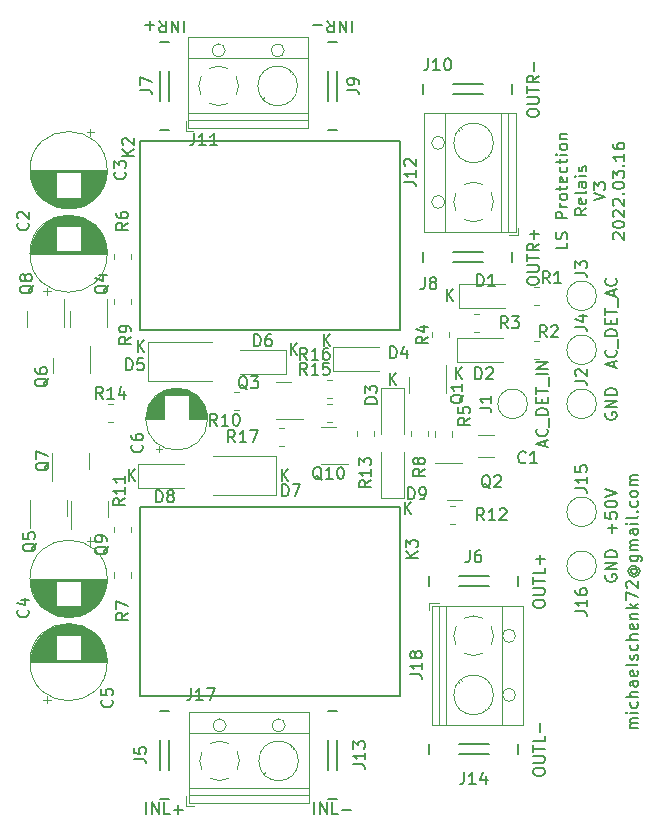
<source format=gbr>
G04 #@! TF.GenerationSoftware,KiCad,Pcbnew,(6.0.2-0)*
G04 #@! TF.CreationDate,2022-03-16T14:02:14+01:00*
G04 #@! TF.ProjectId,protection-relais,70726f74-6563-4746-996f-6e2d72656c61,rev?*
G04 #@! TF.SameCoordinates,Original*
G04 #@! TF.FileFunction,Legend,Top*
G04 #@! TF.FilePolarity,Positive*
%FSLAX46Y46*%
G04 Gerber Fmt 4.6, Leading zero omitted, Abs format (unit mm)*
G04 Created by KiCad (PCBNEW (6.0.2-0)) date 2022-03-16 14:02:14*
%MOMM*%
%LPD*%
G01*
G04 APERTURE LIST*
%ADD10C,0.150000*%
%ADD11C,0.120000*%
%ADD12C,0.127000*%
%ADD13C,0.200000*%
G04 APERTURE END LIST*
D10*
X108434380Y-123642380D02*
X108434380Y-122642380D01*
X108910571Y-123642380D02*
X108910571Y-122642380D01*
X109482000Y-123642380D01*
X109482000Y-122642380D01*
X110434380Y-123642380D02*
X109958190Y-123642380D01*
X109958190Y-122642380D01*
X110767714Y-123261428D02*
X111529619Y-123261428D01*
X126960380Y-120133809D02*
X126960380Y-119943333D01*
X127008000Y-119848095D01*
X127103238Y-119752857D01*
X127293714Y-119705238D01*
X127627047Y-119705238D01*
X127817523Y-119752857D01*
X127912761Y-119848095D01*
X127960380Y-119943333D01*
X127960380Y-120133809D01*
X127912761Y-120229047D01*
X127817523Y-120324285D01*
X127627047Y-120371904D01*
X127293714Y-120371904D01*
X127103238Y-120324285D01*
X127008000Y-120229047D01*
X126960380Y-120133809D01*
X126960380Y-119276666D02*
X127769904Y-119276666D01*
X127865142Y-119229047D01*
X127912761Y-119181428D01*
X127960380Y-119086190D01*
X127960380Y-118895714D01*
X127912761Y-118800476D01*
X127865142Y-118752857D01*
X127769904Y-118705238D01*
X126960380Y-118705238D01*
X126960380Y-118371904D02*
X126960380Y-117800476D01*
X127960380Y-118086190D02*
X126960380Y-118086190D01*
X127960380Y-116990952D02*
X127960380Y-117467142D01*
X126960380Y-117467142D01*
X127579428Y-116657619D02*
X127579428Y-115895714D01*
X126452380Y-64349047D02*
X126452380Y-64158571D01*
X126500000Y-64063333D01*
X126595238Y-63968095D01*
X126785714Y-63920476D01*
X127119047Y-63920476D01*
X127309523Y-63968095D01*
X127404761Y-64063333D01*
X127452380Y-64158571D01*
X127452380Y-64349047D01*
X127404761Y-64444285D01*
X127309523Y-64539523D01*
X127119047Y-64587142D01*
X126785714Y-64587142D01*
X126595238Y-64539523D01*
X126500000Y-64444285D01*
X126452380Y-64349047D01*
X126452380Y-63491904D02*
X127261904Y-63491904D01*
X127357142Y-63444285D01*
X127404761Y-63396666D01*
X127452380Y-63301428D01*
X127452380Y-63110952D01*
X127404761Y-63015714D01*
X127357142Y-62968095D01*
X127261904Y-62920476D01*
X126452380Y-62920476D01*
X126452380Y-62587142D02*
X126452380Y-62015714D01*
X127452380Y-62301428D02*
X126452380Y-62301428D01*
X127452380Y-61110952D02*
X126976190Y-61444285D01*
X127452380Y-61682380D02*
X126452380Y-61682380D01*
X126452380Y-61301428D01*
X126500000Y-61206190D01*
X126547619Y-61158571D01*
X126642857Y-61110952D01*
X126785714Y-61110952D01*
X126880952Y-61158571D01*
X126928571Y-61206190D01*
X126976190Y-61301428D01*
X126976190Y-61682380D01*
X127071428Y-60682380D02*
X127071428Y-59920476D01*
X133675428Y-99805904D02*
X133675428Y-99044000D01*
X134056380Y-99424952D02*
X133294476Y-99424952D01*
X133056380Y-98091619D02*
X133056380Y-98567809D01*
X133532571Y-98615428D01*
X133484952Y-98567809D01*
X133437333Y-98472571D01*
X133437333Y-98234476D01*
X133484952Y-98139238D01*
X133532571Y-98091619D01*
X133627809Y-98044000D01*
X133865904Y-98044000D01*
X133961142Y-98091619D01*
X134008761Y-98139238D01*
X134056380Y-98234476D01*
X134056380Y-98472571D01*
X134008761Y-98567809D01*
X133961142Y-98615428D01*
X133056380Y-97424952D02*
X133056380Y-97329714D01*
X133104000Y-97234476D01*
X133151619Y-97186857D01*
X133246857Y-97139238D01*
X133437333Y-97091619D01*
X133675428Y-97091619D01*
X133865904Y-97139238D01*
X133961142Y-97186857D01*
X134008761Y-97234476D01*
X134056380Y-97329714D01*
X134056380Y-97424952D01*
X134008761Y-97520190D01*
X133961142Y-97567809D01*
X133865904Y-97615428D01*
X133675428Y-97663047D01*
X133437333Y-97663047D01*
X133246857Y-97615428D01*
X133151619Y-97567809D01*
X133104000Y-97520190D01*
X133056380Y-97424952D01*
X133056380Y-96805904D02*
X134056380Y-96472571D01*
X133056380Y-96139238D01*
X127928666Y-92495238D02*
X127928666Y-92019047D01*
X128214380Y-92590476D02*
X127214380Y-92257142D01*
X128214380Y-91923809D01*
X128119142Y-91019047D02*
X128166761Y-91066666D01*
X128214380Y-91209523D01*
X128214380Y-91304761D01*
X128166761Y-91447619D01*
X128071523Y-91542857D01*
X127976285Y-91590476D01*
X127785809Y-91638095D01*
X127642952Y-91638095D01*
X127452476Y-91590476D01*
X127357238Y-91542857D01*
X127262000Y-91447619D01*
X127214380Y-91304761D01*
X127214380Y-91209523D01*
X127262000Y-91066666D01*
X127309619Y-91019047D01*
X128309619Y-90828571D02*
X128309619Y-90066666D01*
X128214380Y-89828571D02*
X127214380Y-89828571D01*
X127214380Y-89590476D01*
X127262000Y-89447619D01*
X127357238Y-89352380D01*
X127452476Y-89304761D01*
X127642952Y-89257142D01*
X127785809Y-89257142D01*
X127976285Y-89304761D01*
X128071523Y-89352380D01*
X128166761Y-89447619D01*
X128214380Y-89590476D01*
X128214380Y-89828571D01*
X127690571Y-88828571D02*
X127690571Y-88495238D01*
X128214380Y-88352380D02*
X128214380Y-88828571D01*
X127214380Y-88828571D01*
X127214380Y-88352380D01*
X127214380Y-88066666D02*
X127214380Y-87495238D01*
X128214380Y-87780952D02*
X127214380Y-87780952D01*
X128309619Y-87400000D02*
X128309619Y-86638095D01*
X128214380Y-86400000D02*
X127214380Y-86400000D01*
X128214380Y-85923809D02*
X127214380Y-85923809D01*
X128214380Y-85352380D01*
X127214380Y-85352380D01*
X126452380Y-78573047D02*
X126452380Y-78382571D01*
X126500000Y-78287333D01*
X126595238Y-78192095D01*
X126785714Y-78144476D01*
X127119047Y-78144476D01*
X127309523Y-78192095D01*
X127404761Y-78287333D01*
X127452380Y-78382571D01*
X127452380Y-78573047D01*
X127404761Y-78668285D01*
X127309523Y-78763523D01*
X127119047Y-78811142D01*
X126785714Y-78811142D01*
X126595238Y-78763523D01*
X126500000Y-78668285D01*
X126452380Y-78573047D01*
X126452380Y-77715904D02*
X127261904Y-77715904D01*
X127357142Y-77668285D01*
X127404761Y-77620666D01*
X127452380Y-77525428D01*
X127452380Y-77334952D01*
X127404761Y-77239714D01*
X127357142Y-77192095D01*
X127261904Y-77144476D01*
X126452380Y-77144476D01*
X126452380Y-76811142D02*
X126452380Y-76239714D01*
X127452380Y-76525428D02*
X126452380Y-76525428D01*
X127452380Y-75334952D02*
X126976190Y-75668285D01*
X127452380Y-75906380D02*
X126452380Y-75906380D01*
X126452380Y-75525428D01*
X126500000Y-75430190D01*
X126547619Y-75382571D01*
X126642857Y-75334952D01*
X126785714Y-75334952D01*
X126880952Y-75382571D01*
X126928571Y-75430190D01*
X126976190Y-75525428D01*
X126976190Y-75906380D01*
X127071428Y-74906380D02*
X127071428Y-74144476D01*
X127452380Y-74525428D02*
X126690476Y-74525428D01*
X133104000Y-103377904D02*
X133056380Y-103473142D01*
X133056380Y-103616000D01*
X133104000Y-103758857D01*
X133199238Y-103854095D01*
X133294476Y-103901714D01*
X133484952Y-103949333D01*
X133627809Y-103949333D01*
X133818285Y-103901714D01*
X133913523Y-103854095D01*
X134008761Y-103758857D01*
X134056380Y-103616000D01*
X134056380Y-103520761D01*
X134008761Y-103377904D01*
X133961142Y-103330285D01*
X133627809Y-103330285D01*
X133627809Y-103520761D01*
X134056380Y-102901714D02*
X133056380Y-102901714D01*
X134056380Y-102330285D01*
X133056380Y-102330285D01*
X134056380Y-101854095D02*
X133056380Y-101854095D01*
X133056380Y-101616000D01*
X133104000Y-101473142D01*
X133199238Y-101377904D01*
X133294476Y-101330285D01*
X133484952Y-101282666D01*
X133627809Y-101282666D01*
X133818285Y-101330285D01*
X133913523Y-101377904D01*
X134008761Y-101473142D01*
X134056380Y-101616000D01*
X134056380Y-101854095D01*
X111624857Y-56443619D02*
X111624857Y-57443619D01*
X111148666Y-56443619D02*
X111148666Y-57443619D01*
X110577238Y-56443619D01*
X110577238Y-57443619D01*
X109529619Y-56443619D02*
X109862952Y-56919809D01*
X110101047Y-56443619D02*
X110101047Y-57443619D01*
X109720095Y-57443619D01*
X109624857Y-57396000D01*
X109577238Y-57348380D01*
X109529619Y-57253142D01*
X109529619Y-57110285D01*
X109577238Y-57015047D01*
X109624857Y-56967428D01*
X109720095Y-56919809D01*
X110101047Y-56919809D01*
X109101047Y-56824571D02*
X108339142Y-56824571D01*
X109212095Y-84018380D02*
X109212095Y-83018380D01*
X109783523Y-84018380D02*
X109354952Y-83446952D01*
X109783523Y-83018380D02*
X109212095Y-83589809D01*
X92702095Y-95448380D02*
X92702095Y-94448380D01*
X93273523Y-95448380D02*
X92844952Y-94876952D01*
X93273523Y-94448380D02*
X92702095Y-95019809D01*
X133770666Y-85803904D02*
X133770666Y-85327714D01*
X134056380Y-85899142D02*
X133056380Y-85565809D01*
X134056380Y-85232476D01*
X133961142Y-84327714D02*
X134008761Y-84375333D01*
X134056380Y-84518190D01*
X134056380Y-84613428D01*
X134008761Y-84756285D01*
X133913523Y-84851523D01*
X133818285Y-84899142D01*
X133627809Y-84946761D01*
X133484952Y-84946761D01*
X133294476Y-84899142D01*
X133199238Y-84851523D01*
X133104000Y-84756285D01*
X133056380Y-84613428D01*
X133056380Y-84518190D01*
X133104000Y-84375333D01*
X133151619Y-84327714D01*
X134151619Y-84137238D02*
X134151619Y-83375333D01*
X134056380Y-83137238D02*
X133056380Y-83137238D01*
X133056380Y-82899142D01*
X133104000Y-82756285D01*
X133199238Y-82661047D01*
X133294476Y-82613428D01*
X133484952Y-82565809D01*
X133627809Y-82565809D01*
X133818285Y-82613428D01*
X133913523Y-82661047D01*
X134008761Y-82756285D01*
X134056380Y-82899142D01*
X134056380Y-83137238D01*
X133532571Y-82137238D02*
X133532571Y-81803904D01*
X134056380Y-81661047D02*
X134056380Y-82137238D01*
X133056380Y-82137238D01*
X133056380Y-81661047D01*
X133056380Y-81375333D02*
X133056380Y-80803904D01*
X134056380Y-81089619D02*
X133056380Y-81089619D01*
X134151619Y-80708666D02*
X134151619Y-79946761D01*
X133770666Y-79756285D02*
X133770666Y-79280095D01*
X134056380Y-79851523D02*
X133056380Y-79518190D01*
X134056380Y-79184857D01*
X133961142Y-78280095D02*
X134008761Y-78327714D01*
X134056380Y-78470571D01*
X134056380Y-78565809D01*
X134008761Y-78708666D01*
X133913523Y-78803904D01*
X133818285Y-78851523D01*
X133627809Y-78899142D01*
X133484952Y-78899142D01*
X133294476Y-78851523D01*
X133199238Y-78803904D01*
X133104000Y-78708666D01*
X133056380Y-78565809D01*
X133056380Y-78470571D01*
X133104000Y-78327714D01*
X133151619Y-78280095D01*
X129863380Y-75246952D02*
X129863380Y-75723142D01*
X128863380Y-75723142D01*
X129815761Y-74961238D02*
X129863380Y-74818380D01*
X129863380Y-74580285D01*
X129815761Y-74485047D01*
X129768142Y-74437428D01*
X129672904Y-74389809D01*
X129577666Y-74389809D01*
X129482428Y-74437428D01*
X129434809Y-74485047D01*
X129387190Y-74580285D01*
X129339571Y-74770761D01*
X129291952Y-74866000D01*
X129244333Y-74913619D01*
X129149095Y-74961238D01*
X129053857Y-74961238D01*
X128958619Y-74913619D01*
X128911000Y-74866000D01*
X128863380Y-74770761D01*
X128863380Y-74532666D01*
X128911000Y-74389809D01*
X129863380Y-73199333D02*
X128863380Y-73199333D01*
X128863380Y-72818380D01*
X128911000Y-72723142D01*
X128958619Y-72675523D01*
X129053857Y-72627904D01*
X129196714Y-72627904D01*
X129291952Y-72675523D01*
X129339571Y-72723142D01*
X129387190Y-72818380D01*
X129387190Y-73199333D01*
X129863380Y-72199333D02*
X129196714Y-72199333D01*
X129387190Y-72199333D02*
X129291952Y-72151714D01*
X129244333Y-72104095D01*
X129196714Y-72008857D01*
X129196714Y-71913619D01*
X129863380Y-71437428D02*
X129815761Y-71532666D01*
X129768142Y-71580285D01*
X129672904Y-71627904D01*
X129387190Y-71627904D01*
X129291952Y-71580285D01*
X129244333Y-71532666D01*
X129196714Y-71437428D01*
X129196714Y-71294571D01*
X129244333Y-71199333D01*
X129291952Y-71151714D01*
X129387190Y-71104095D01*
X129672904Y-71104095D01*
X129768142Y-71151714D01*
X129815761Y-71199333D01*
X129863380Y-71294571D01*
X129863380Y-71437428D01*
X129196714Y-70818380D02*
X129196714Y-70437428D01*
X128863380Y-70675523D02*
X129720523Y-70675523D01*
X129815761Y-70627904D01*
X129863380Y-70532666D01*
X129863380Y-70437428D01*
X129815761Y-69723142D02*
X129863380Y-69818380D01*
X129863380Y-70008857D01*
X129815761Y-70104095D01*
X129720523Y-70151714D01*
X129339571Y-70151714D01*
X129244333Y-70104095D01*
X129196714Y-70008857D01*
X129196714Y-69818380D01*
X129244333Y-69723142D01*
X129339571Y-69675523D01*
X129434809Y-69675523D01*
X129530047Y-70151714D01*
X129815761Y-68818380D02*
X129863380Y-68913619D01*
X129863380Y-69104095D01*
X129815761Y-69199333D01*
X129768142Y-69246952D01*
X129672904Y-69294571D01*
X129387190Y-69294571D01*
X129291952Y-69246952D01*
X129244333Y-69199333D01*
X129196714Y-69104095D01*
X129196714Y-68913619D01*
X129244333Y-68818380D01*
X129196714Y-68532666D02*
X129196714Y-68151714D01*
X128863380Y-68389809D02*
X129720523Y-68389809D01*
X129815761Y-68342190D01*
X129863380Y-68246952D01*
X129863380Y-68151714D01*
X129863380Y-67818380D02*
X129196714Y-67818380D01*
X128863380Y-67818380D02*
X128911000Y-67866000D01*
X128958619Y-67818380D01*
X128911000Y-67770761D01*
X128863380Y-67818380D01*
X128958619Y-67818380D01*
X129863380Y-67199333D02*
X129815761Y-67294571D01*
X129768142Y-67342190D01*
X129672904Y-67389809D01*
X129387190Y-67389809D01*
X129291952Y-67342190D01*
X129244333Y-67294571D01*
X129196714Y-67199333D01*
X129196714Y-67056476D01*
X129244333Y-66961238D01*
X129291952Y-66913619D01*
X129387190Y-66866000D01*
X129672904Y-66866000D01*
X129768142Y-66913619D01*
X129815761Y-66961238D01*
X129863380Y-67056476D01*
X129863380Y-67199333D01*
X129196714Y-66437428D02*
X129863380Y-66437428D01*
X129291952Y-66437428D02*
X129244333Y-66389809D01*
X129196714Y-66294571D01*
X129196714Y-66151714D01*
X129244333Y-66056476D01*
X129339571Y-66008857D01*
X129863380Y-66008857D01*
X131473380Y-72342190D02*
X130997190Y-72675523D01*
X131473380Y-72913619D02*
X130473380Y-72913619D01*
X130473380Y-72532666D01*
X130521000Y-72437428D01*
X130568619Y-72389809D01*
X130663857Y-72342190D01*
X130806714Y-72342190D01*
X130901952Y-72389809D01*
X130949571Y-72437428D01*
X130997190Y-72532666D01*
X130997190Y-72913619D01*
X131425761Y-71532666D02*
X131473380Y-71627904D01*
X131473380Y-71818380D01*
X131425761Y-71913619D01*
X131330523Y-71961238D01*
X130949571Y-71961238D01*
X130854333Y-71913619D01*
X130806714Y-71818380D01*
X130806714Y-71627904D01*
X130854333Y-71532666D01*
X130949571Y-71485047D01*
X131044809Y-71485047D01*
X131140047Y-71961238D01*
X131473380Y-70913619D02*
X131425761Y-71008857D01*
X131330523Y-71056476D01*
X130473380Y-71056476D01*
X131473380Y-70104095D02*
X130949571Y-70104095D01*
X130854333Y-70151714D01*
X130806714Y-70246952D01*
X130806714Y-70437428D01*
X130854333Y-70532666D01*
X131425761Y-70104095D02*
X131473380Y-70199333D01*
X131473380Y-70437428D01*
X131425761Y-70532666D01*
X131330523Y-70580285D01*
X131235285Y-70580285D01*
X131140047Y-70532666D01*
X131092428Y-70437428D01*
X131092428Y-70199333D01*
X131044809Y-70104095D01*
X131473380Y-69627904D02*
X130806714Y-69627904D01*
X130473380Y-69627904D02*
X130521000Y-69675523D01*
X130568619Y-69627904D01*
X130521000Y-69580285D01*
X130473380Y-69627904D01*
X130568619Y-69627904D01*
X131425761Y-69199333D02*
X131473380Y-69104095D01*
X131473380Y-68913619D01*
X131425761Y-68818380D01*
X131330523Y-68770761D01*
X131282904Y-68770761D01*
X131187666Y-68818380D01*
X131140047Y-68913619D01*
X131140047Y-69056476D01*
X131092428Y-69151714D01*
X130997190Y-69199333D01*
X130949571Y-69199333D01*
X130854333Y-69151714D01*
X130806714Y-69056476D01*
X130806714Y-68913619D01*
X130854333Y-68818380D01*
X132083380Y-71675523D02*
X133083380Y-71342190D01*
X132083380Y-71008857D01*
X132083380Y-70770761D02*
X132083380Y-70151714D01*
X132464333Y-70485047D01*
X132464333Y-70342190D01*
X132511952Y-70246952D01*
X132559571Y-70199333D01*
X132654809Y-70151714D01*
X132892904Y-70151714D01*
X132988142Y-70199333D01*
X133035761Y-70246952D01*
X133083380Y-70342190D01*
X133083380Y-70627904D01*
X133035761Y-70723142D01*
X132988142Y-70770761D01*
X133788619Y-74961238D02*
X133741000Y-74913619D01*
X133693380Y-74818380D01*
X133693380Y-74580285D01*
X133741000Y-74485047D01*
X133788619Y-74437428D01*
X133883857Y-74389809D01*
X133979095Y-74389809D01*
X134121952Y-74437428D01*
X134693380Y-75008857D01*
X134693380Y-74389809D01*
X133693380Y-73770761D02*
X133693380Y-73675523D01*
X133741000Y-73580285D01*
X133788619Y-73532666D01*
X133883857Y-73485047D01*
X134074333Y-73437428D01*
X134312428Y-73437428D01*
X134502904Y-73485047D01*
X134598142Y-73532666D01*
X134645761Y-73580285D01*
X134693380Y-73675523D01*
X134693380Y-73770761D01*
X134645761Y-73866000D01*
X134598142Y-73913619D01*
X134502904Y-73961238D01*
X134312428Y-74008857D01*
X134074333Y-74008857D01*
X133883857Y-73961238D01*
X133788619Y-73913619D01*
X133741000Y-73866000D01*
X133693380Y-73770761D01*
X133788619Y-73056476D02*
X133741000Y-73008857D01*
X133693380Y-72913619D01*
X133693380Y-72675523D01*
X133741000Y-72580285D01*
X133788619Y-72532666D01*
X133883857Y-72485047D01*
X133979095Y-72485047D01*
X134121952Y-72532666D01*
X134693380Y-73104095D01*
X134693380Y-72485047D01*
X133788619Y-72104095D02*
X133741000Y-72056476D01*
X133693380Y-71961238D01*
X133693380Y-71723142D01*
X133741000Y-71627904D01*
X133788619Y-71580285D01*
X133883857Y-71532666D01*
X133979095Y-71532666D01*
X134121952Y-71580285D01*
X134693380Y-72151714D01*
X134693380Y-71532666D01*
X134598142Y-71104095D02*
X134645761Y-71056476D01*
X134693380Y-71104095D01*
X134645761Y-71151714D01*
X134598142Y-71104095D01*
X134693380Y-71104095D01*
X133693380Y-70437428D02*
X133693380Y-70342190D01*
X133741000Y-70246952D01*
X133788619Y-70199333D01*
X133883857Y-70151714D01*
X134074333Y-70104095D01*
X134312428Y-70104095D01*
X134502904Y-70151714D01*
X134598142Y-70199333D01*
X134645761Y-70246952D01*
X134693380Y-70342190D01*
X134693380Y-70437428D01*
X134645761Y-70532666D01*
X134598142Y-70580285D01*
X134502904Y-70627904D01*
X134312428Y-70675523D01*
X134074333Y-70675523D01*
X133883857Y-70627904D01*
X133788619Y-70580285D01*
X133741000Y-70532666D01*
X133693380Y-70437428D01*
X133693380Y-69770761D02*
X133693380Y-69151714D01*
X134074333Y-69485047D01*
X134074333Y-69342190D01*
X134121952Y-69246952D01*
X134169571Y-69199333D01*
X134264809Y-69151714D01*
X134502904Y-69151714D01*
X134598142Y-69199333D01*
X134645761Y-69246952D01*
X134693380Y-69342190D01*
X134693380Y-69627904D01*
X134645761Y-69723142D01*
X134598142Y-69770761D01*
X134598142Y-68723142D02*
X134645761Y-68675523D01*
X134693380Y-68723142D01*
X134645761Y-68770761D01*
X134598142Y-68723142D01*
X134693380Y-68723142D01*
X134693380Y-67723142D02*
X134693380Y-68294571D01*
X134693380Y-68008857D02*
X133693380Y-68008857D01*
X133836238Y-68104095D01*
X133931476Y-68199333D01*
X133979095Y-68294571D01*
X133693380Y-66866000D02*
X133693380Y-67056476D01*
X133741000Y-67151714D01*
X133788619Y-67199333D01*
X133931476Y-67294571D01*
X134121952Y-67342190D01*
X134502904Y-67342190D01*
X134598142Y-67294571D01*
X134645761Y-67246952D01*
X134693380Y-67151714D01*
X134693380Y-66961238D01*
X134645761Y-66866000D01*
X134598142Y-66818380D01*
X134502904Y-66770761D01*
X134264809Y-66770761D01*
X134169571Y-66818380D01*
X134121952Y-66866000D01*
X134074333Y-66961238D01*
X134074333Y-67151714D01*
X134121952Y-67246952D01*
X134169571Y-67294571D01*
X134264809Y-67342190D01*
X116070095Y-98242380D02*
X116070095Y-97242380D01*
X116641523Y-98242380D02*
X116212952Y-97670952D01*
X116641523Y-97242380D02*
X116070095Y-97813809D01*
X120388095Y-86812380D02*
X120388095Y-85812380D01*
X120959523Y-86812380D02*
X120530952Y-86240952D01*
X120959523Y-85812380D02*
X120388095Y-86383809D01*
X135834380Y-116378285D02*
X135167714Y-116378285D01*
X135262952Y-116378285D02*
X135215333Y-116330666D01*
X135167714Y-116235428D01*
X135167714Y-116092571D01*
X135215333Y-115997333D01*
X135310571Y-115949714D01*
X135834380Y-115949714D01*
X135310571Y-115949714D02*
X135215333Y-115902095D01*
X135167714Y-115806857D01*
X135167714Y-115664000D01*
X135215333Y-115568761D01*
X135310571Y-115521142D01*
X135834380Y-115521142D01*
X135834380Y-115044952D02*
X135167714Y-115044952D01*
X134834380Y-115044952D02*
X134882000Y-115092571D01*
X134929619Y-115044952D01*
X134882000Y-114997333D01*
X134834380Y-115044952D01*
X134929619Y-115044952D01*
X135786761Y-114140190D02*
X135834380Y-114235428D01*
X135834380Y-114425904D01*
X135786761Y-114521142D01*
X135739142Y-114568761D01*
X135643904Y-114616380D01*
X135358190Y-114616380D01*
X135262952Y-114568761D01*
X135215333Y-114521142D01*
X135167714Y-114425904D01*
X135167714Y-114235428D01*
X135215333Y-114140190D01*
X135834380Y-113711619D02*
X134834380Y-113711619D01*
X135834380Y-113283047D02*
X135310571Y-113283047D01*
X135215333Y-113330666D01*
X135167714Y-113425904D01*
X135167714Y-113568761D01*
X135215333Y-113664000D01*
X135262952Y-113711619D01*
X135834380Y-112378285D02*
X135310571Y-112378285D01*
X135215333Y-112425904D01*
X135167714Y-112521142D01*
X135167714Y-112711619D01*
X135215333Y-112806857D01*
X135786761Y-112378285D02*
X135834380Y-112473523D01*
X135834380Y-112711619D01*
X135786761Y-112806857D01*
X135691523Y-112854476D01*
X135596285Y-112854476D01*
X135501047Y-112806857D01*
X135453428Y-112711619D01*
X135453428Y-112473523D01*
X135405809Y-112378285D01*
X135786761Y-111521142D02*
X135834380Y-111616380D01*
X135834380Y-111806857D01*
X135786761Y-111902095D01*
X135691523Y-111949714D01*
X135310571Y-111949714D01*
X135215333Y-111902095D01*
X135167714Y-111806857D01*
X135167714Y-111616380D01*
X135215333Y-111521142D01*
X135310571Y-111473523D01*
X135405809Y-111473523D01*
X135501047Y-111949714D01*
X135834380Y-110902095D02*
X135786761Y-110997333D01*
X135691523Y-111044952D01*
X134834380Y-111044952D01*
X135786761Y-110568761D02*
X135834380Y-110473523D01*
X135834380Y-110283047D01*
X135786761Y-110187809D01*
X135691523Y-110140190D01*
X135643904Y-110140190D01*
X135548666Y-110187809D01*
X135501047Y-110283047D01*
X135501047Y-110425904D01*
X135453428Y-110521142D01*
X135358190Y-110568761D01*
X135310571Y-110568761D01*
X135215333Y-110521142D01*
X135167714Y-110425904D01*
X135167714Y-110283047D01*
X135215333Y-110187809D01*
X135786761Y-109283047D02*
X135834380Y-109378285D01*
X135834380Y-109568761D01*
X135786761Y-109664000D01*
X135739142Y-109711619D01*
X135643904Y-109759238D01*
X135358190Y-109759238D01*
X135262952Y-109711619D01*
X135215333Y-109664000D01*
X135167714Y-109568761D01*
X135167714Y-109378285D01*
X135215333Y-109283047D01*
X135834380Y-108854476D02*
X134834380Y-108854476D01*
X135834380Y-108425904D02*
X135310571Y-108425904D01*
X135215333Y-108473523D01*
X135167714Y-108568761D01*
X135167714Y-108711619D01*
X135215333Y-108806857D01*
X135262952Y-108854476D01*
X135786761Y-107568761D02*
X135834380Y-107664000D01*
X135834380Y-107854476D01*
X135786761Y-107949714D01*
X135691523Y-107997333D01*
X135310571Y-107997333D01*
X135215333Y-107949714D01*
X135167714Y-107854476D01*
X135167714Y-107664000D01*
X135215333Y-107568761D01*
X135310571Y-107521142D01*
X135405809Y-107521142D01*
X135501047Y-107997333D01*
X135167714Y-107092571D02*
X135834380Y-107092571D01*
X135262952Y-107092571D02*
X135215333Y-107044952D01*
X135167714Y-106949714D01*
X135167714Y-106806857D01*
X135215333Y-106711619D01*
X135310571Y-106664000D01*
X135834380Y-106664000D01*
X135834380Y-106187809D02*
X134834380Y-106187809D01*
X135453428Y-106092571D02*
X135834380Y-105806857D01*
X135167714Y-105806857D02*
X135548666Y-106187809D01*
X134834380Y-105473523D02*
X134834380Y-104806857D01*
X135834380Y-105235428D01*
X134929619Y-104473523D02*
X134882000Y-104425904D01*
X134834380Y-104330666D01*
X134834380Y-104092571D01*
X134882000Y-103997333D01*
X134929619Y-103949714D01*
X135024857Y-103902095D01*
X135120095Y-103902095D01*
X135262952Y-103949714D01*
X135834380Y-104521142D01*
X135834380Y-103902095D01*
X135358190Y-102854476D02*
X135310571Y-102902095D01*
X135262952Y-102997333D01*
X135262952Y-103092571D01*
X135310571Y-103187809D01*
X135358190Y-103235428D01*
X135453428Y-103283047D01*
X135548666Y-103283047D01*
X135643904Y-103235428D01*
X135691523Y-103187809D01*
X135739142Y-103092571D01*
X135739142Y-102997333D01*
X135691523Y-102902095D01*
X135643904Y-102854476D01*
X135262952Y-102854476D02*
X135643904Y-102854476D01*
X135691523Y-102806857D01*
X135691523Y-102759238D01*
X135643904Y-102664000D01*
X135548666Y-102616380D01*
X135310571Y-102616380D01*
X135167714Y-102711619D01*
X135072476Y-102854476D01*
X135024857Y-103044952D01*
X135072476Y-103235428D01*
X135167714Y-103378285D01*
X135310571Y-103473523D01*
X135501047Y-103521142D01*
X135691523Y-103473523D01*
X135834380Y-103378285D01*
X135929619Y-103235428D01*
X135977238Y-103044952D01*
X135929619Y-102854476D01*
X135834380Y-102711619D01*
X135167714Y-101759238D02*
X135977238Y-101759238D01*
X136072476Y-101806857D01*
X136120095Y-101854476D01*
X136167714Y-101949714D01*
X136167714Y-102092571D01*
X136120095Y-102187809D01*
X135786761Y-101759238D02*
X135834380Y-101854476D01*
X135834380Y-102044952D01*
X135786761Y-102140190D01*
X135739142Y-102187809D01*
X135643904Y-102235428D01*
X135358190Y-102235428D01*
X135262952Y-102187809D01*
X135215333Y-102140190D01*
X135167714Y-102044952D01*
X135167714Y-101854476D01*
X135215333Y-101759238D01*
X135834380Y-101283047D02*
X135167714Y-101283047D01*
X135262952Y-101283047D02*
X135215333Y-101235428D01*
X135167714Y-101140190D01*
X135167714Y-100997333D01*
X135215333Y-100902095D01*
X135310571Y-100854476D01*
X135834380Y-100854476D01*
X135310571Y-100854476D02*
X135215333Y-100806857D01*
X135167714Y-100711619D01*
X135167714Y-100568761D01*
X135215333Y-100473523D01*
X135310571Y-100425904D01*
X135834380Y-100425904D01*
X135834380Y-99521142D02*
X135310571Y-99521142D01*
X135215333Y-99568761D01*
X135167714Y-99664000D01*
X135167714Y-99854476D01*
X135215333Y-99949714D01*
X135786761Y-99521142D02*
X135834380Y-99616380D01*
X135834380Y-99854476D01*
X135786761Y-99949714D01*
X135691523Y-99997333D01*
X135596285Y-99997333D01*
X135501047Y-99949714D01*
X135453428Y-99854476D01*
X135453428Y-99616380D01*
X135405809Y-99521142D01*
X135834380Y-99044952D02*
X135167714Y-99044952D01*
X134834380Y-99044952D02*
X134882000Y-99092571D01*
X134929619Y-99044952D01*
X134882000Y-98997333D01*
X134834380Y-99044952D01*
X134929619Y-99044952D01*
X135834380Y-98425904D02*
X135786761Y-98521142D01*
X135691523Y-98568761D01*
X134834380Y-98568761D01*
X135739142Y-98044952D02*
X135786761Y-97997333D01*
X135834380Y-98044952D01*
X135786761Y-98092571D01*
X135739142Y-98044952D01*
X135834380Y-98044952D01*
X135786761Y-97140190D02*
X135834380Y-97235428D01*
X135834380Y-97425904D01*
X135786761Y-97521142D01*
X135739142Y-97568761D01*
X135643904Y-97616380D01*
X135358190Y-97616380D01*
X135262952Y-97568761D01*
X135215333Y-97521142D01*
X135167714Y-97425904D01*
X135167714Y-97235428D01*
X135215333Y-97140190D01*
X135834380Y-96568761D02*
X135786761Y-96664000D01*
X135739142Y-96711619D01*
X135643904Y-96759238D01*
X135358190Y-96759238D01*
X135262952Y-96711619D01*
X135215333Y-96664000D01*
X135167714Y-96568761D01*
X135167714Y-96425904D01*
X135215333Y-96330666D01*
X135262952Y-96283047D01*
X135358190Y-96235428D01*
X135643904Y-96235428D01*
X135739142Y-96283047D01*
X135786761Y-96330666D01*
X135834380Y-96425904D01*
X135834380Y-96568761D01*
X135834380Y-95806857D02*
X135167714Y-95806857D01*
X135262952Y-95806857D02*
X135215333Y-95759238D01*
X135167714Y-95664000D01*
X135167714Y-95521142D01*
X135215333Y-95425904D01*
X135310571Y-95378285D01*
X135834380Y-95378285D01*
X135310571Y-95378285D02*
X135215333Y-95330666D01*
X135167714Y-95235428D01*
X135167714Y-95092571D01*
X135215333Y-94997333D01*
X135310571Y-94949714D01*
X135834380Y-94949714D01*
X97400857Y-56443619D02*
X97400857Y-57443619D01*
X96924666Y-56443619D02*
X96924666Y-57443619D01*
X96353238Y-56443619D01*
X96353238Y-57443619D01*
X95305619Y-56443619D02*
X95638952Y-56919809D01*
X95877047Y-56443619D02*
X95877047Y-57443619D01*
X95496095Y-57443619D01*
X95400857Y-57396000D01*
X95353238Y-57348380D01*
X95305619Y-57253142D01*
X95305619Y-57110285D01*
X95353238Y-57015047D01*
X95400857Y-56967428D01*
X95496095Y-56919809D01*
X95877047Y-56919809D01*
X94877047Y-56824571D02*
X94115142Y-56824571D01*
X94496095Y-56443619D02*
X94496095Y-57205523D01*
X133104000Y-89661904D02*
X133056380Y-89757142D01*
X133056380Y-89900000D01*
X133104000Y-90042857D01*
X133199238Y-90138095D01*
X133294476Y-90185714D01*
X133484952Y-90233333D01*
X133627809Y-90233333D01*
X133818285Y-90185714D01*
X133913523Y-90138095D01*
X134008761Y-90042857D01*
X134056380Y-89900000D01*
X134056380Y-89804761D01*
X134008761Y-89661904D01*
X133961142Y-89614285D01*
X133627809Y-89614285D01*
X133627809Y-89804761D01*
X134056380Y-89185714D02*
X133056380Y-89185714D01*
X134056380Y-88614285D01*
X133056380Y-88614285D01*
X134056380Y-88138095D02*
X133056380Y-88138095D01*
X133056380Y-87900000D01*
X133104000Y-87757142D01*
X133199238Y-87661904D01*
X133294476Y-87614285D01*
X133484952Y-87566666D01*
X133627809Y-87566666D01*
X133818285Y-87614285D01*
X133913523Y-87661904D01*
X134008761Y-87757142D01*
X134056380Y-87900000D01*
X134056380Y-88138095D01*
X94210380Y-123642380D02*
X94210380Y-122642380D01*
X94686571Y-123642380D02*
X94686571Y-122642380D01*
X95258000Y-123642380D01*
X95258000Y-122642380D01*
X96210380Y-123642380D02*
X95734190Y-123642380D01*
X95734190Y-122642380D01*
X96543714Y-123261428D02*
X97305619Y-123261428D01*
X96924666Y-123642380D02*
X96924666Y-122880476D01*
X105656095Y-95448380D02*
X105656095Y-94448380D01*
X106227523Y-95448380D02*
X105798952Y-94876952D01*
X106227523Y-94448380D02*
X105656095Y-95019809D01*
X106418095Y-84780380D02*
X106418095Y-83780380D01*
X106989523Y-84780380D02*
X106560952Y-84208952D01*
X106989523Y-83780380D02*
X106418095Y-84351809D01*
X93464095Y-84526380D02*
X93464095Y-83526380D01*
X94035523Y-84526380D02*
X93606952Y-83954952D01*
X94035523Y-83526380D02*
X93464095Y-84097809D01*
X119626095Y-80208380D02*
X119626095Y-79208380D01*
X120197523Y-80208380D02*
X119768952Y-79636952D01*
X120197523Y-79208380D02*
X119626095Y-79779809D01*
X126960380Y-105909809D02*
X126960380Y-105719333D01*
X127008000Y-105624095D01*
X127103238Y-105528857D01*
X127293714Y-105481238D01*
X127627047Y-105481238D01*
X127817523Y-105528857D01*
X127912761Y-105624095D01*
X127960380Y-105719333D01*
X127960380Y-105909809D01*
X127912761Y-106005047D01*
X127817523Y-106100285D01*
X127627047Y-106147904D01*
X127293714Y-106147904D01*
X127103238Y-106100285D01*
X127008000Y-106005047D01*
X126960380Y-105909809D01*
X126960380Y-105052666D02*
X127769904Y-105052666D01*
X127865142Y-105005047D01*
X127912761Y-104957428D01*
X127960380Y-104862190D01*
X127960380Y-104671714D01*
X127912761Y-104576476D01*
X127865142Y-104528857D01*
X127769904Y-104481238D01*
X126960380Y-104481238D01*
X126960380Y-104147904D02*
X126960380Y-103576476D01*
X127960380Y-103862190D02*
X126960380Y-103862190D01*
X127960380Y-102766952D02*
X127960380Y-103243142D01*
X126960380Y-103243142D01*
X127579428Y-102433619D02*
X127579428Y-101671714D01*
X127960380Y-102052666D02*
X127198476Y-102052666D01*
X114800095Y-87320380D02*
X114800095Y-86320380D01*
X115371523Y-87320380D02*
X114942952Y-86748952D01*
X115371523Y-86320380D02*
X114800095Y-86891809D01*
X95019904Y-97226380D02*
X95019904Y-96226380D01*
X95258000Y-96226380D01*
X95400857Y-96274000D01*
X95496095Y-96369238D01*
X95543714Y-96464476D01*
X95591333Y-96654952D01*
X95591333Y-96797809D01*
X95543714Y-96988285D01*
X95496095Y-97083523D01*
X95400857Y-97178761D01*
X95258000Y-97226380D01*
X95019904Y-97226380D01*
X96162761Y-96654952D02*
X96067523Y-96607333D01*
X96019904Y-96559714D01*
X95972285Y-96464476D01*
X95972285Y-96416857D01*
X96019904Y-96321619D01*
X96067523Y-96274000D01*
X96162761Y-96226380D01*
X96353238Y-96226380D01*
X96448476Y-96274000D01*
X96496095Y-96321619D01*
X96543714Y-96416857D01*
X96543714Y-96464476D01*
X96496095Y-96559714D01*
X96448476Y-96607333D01*
X96353238Y-96654952D01*
X96162761Y-96654952D01*
X96067523Y-96702571D01*
X96019904Y-96750190D01*
X95972285Y-96845428D01*
X95972285Y-97035904D01*
X96019904Y-97131142D01*
X96067523Y-97178761D01*
X96162761Y-97226380D01*
X96353238Y-97226380D01*
X96448476Y-97178761D01*
X96496095Y-97131142D01*
X96543714Y-97035904D01*
X96543714Y-96845428D01*
X96496095Y-96750190D01*
X96448476Y-96702571D01*
X96353238Y-96654952D01*
X92400380Y-96908857D02*
X91924190Y-97242190D01*
X92400380Y-97480285D02*
X91400380Y-97480285D01*
X91400380Y-97099333D01*
X91448000Y-97004095D01*
X91495619Y-96956476D01*
X91590857Y-96908857D01*
X91733714Y-96908857D01*
X91828952Y-96956476D01*
X91876571Y-97004095D01*
X91924190Y-97099333D01*
X91924190Y-97480285D01*
X92400380Y-95956476D02*
X92400380Y-96527904D01*
X92400380Y-96242190D02*
X91400380Y-96242190D01*
X91543238Y-96337428D01*
X91638476Y-96432666D01*
X91686095Y-96527904D01*
X92400380Y-95004095D02*
X92400380Y-95575523D01*
X92400380Y-95289809D02*
X91400380Y-95289809D01*
X91543238Y-95385047D01*
X91638476Y-95480285D01*
X91686095Y-95575523D01*
X114831904Y-85034380D02*
X114831904Y-84034380D01*
X115070000Y-84034380D01*
X115212857Y-84082000D01*
X115308095Y-84177238D01*
X115355714Y-84272476D01*
X115403333Y-84462952D01*
X115403333Y-84605809D01*
X115355714Y-84796285D01*
X115308095Y-84891523D01*
X115212857Y-84986761D01*
X115070000Y-85034380D01*
X114831904Y-85034380D01*
X116260476Y-84367714D02*
X116260476Y-85034380D01*
X116022380Y-83986761D02*
X115784285Y-84701047D01*
X116403333Y-84701047D01*
X107815142Y-85161380D02*
X107481809Y-84685190D01*
X107243714Y-85161380D02*
X107243714Y-84161380D01*
X107624666Y-84161380D01*
X107719904Y-84209000D01*
X107767523Y-84256619D01*
X107815142Y-84351857D01*
X107815142Y-84494714D01*
X107767523Y-84589952D01*
X107719904Y-84637571D01*
X107624666Y-84685190D01*
X107243714Y-84685190D01*
X108767523Y-85161380D02*
X108196095Y-85161380D01*
X108481809Y-85161380D02*
X108481809Y-84161380D01*
X108386571Y-84304238D01*
X108291333Y-84399476D01*
X108196095Y-84447095D01*
X109624666Y-84161380D02*
X109434190Y-84161380D01*
X109338952Y-84209000D01*
X109291333Y-84256619D01*
X109196095Y-84399476D01*
X109148476Y-84589952D01*
X109148476Y-84970904D01*
X109196095Y-85066142D01*
X109243714Y-85113761D01*
X109338952Y-85161380D01*
X109529428Y-85161380D01*
X109624666Y-85113761D01*
X109672285Y-85066142D01*
X109719904Y-84970904D01*
X109719904Y-84732809D01*
X109672285Y-84637571D01*
X109624666Y-84589952D01*
X109529428Y-84542333D01*
X109338952Y-84542333D01*
X109243714Y-84589952D01*
X109196095Y-84637571D01*
X109148476Y-84732809D01*
X90971619Y-78835238D02*
X90924000Y-78930476D01*
X90828761Y-79025714D01*
X90685904Y-79168571D01*
X90638285Y-79263809D01*
X90638285Y-79359047D01*
X90876380Y-79311428D02*
X90828761Y-79406666D01*
X90733523Y-79501904D01*
X90543047Y-79549523D01*
X90209714Y-79549523D01*
X90019238Y-79501904D01*
X89924000Y-79406666D01*
X89876380Y-79311428D01*
X89876380Y-79120952D01*
X89924000Y-79025714D01*
X90019238Y-78930476D01*
X90209714Y-78882857D01*
X90543047Y-78882857D01*
X90733523Y-78930476D01*
X90828761Y-79025714D01*
X90876380Y-79120952D01*
X90876380Y-79311428D01*
X90209714Y-78025714D02*
X90876380Y-78025714D01*
X89828761Y-78263809D02*
X90543047Y-78501904D01*
X90543047Y-77882857D01*
X113228380Y-95384857D02*
X112752190Y-95718190D01*
X113228380Y-95956285D02*
X112228380Y-95956285D01*
X112228380Y-95575333D01*
X112276000Y-95480095D01*
X112323619Y-95432476D01*
X112418857Y-95384857D01*
X112561714Y-95384857D01*
X112656952Y-95432476D01*
X112704571Y-95480095D01*
X112752190Y-95575333D01*
X112752190Y-95956285D01*
X113228380Y-94432476D02*
X113228380Y-95003904D01*
X113228380Y-94718190D02*
X112228380Y-94718190D01*
X112371238Y-94813428D01*
X112466476Y-94908666D01*
X112514095Y-95003904D01*
X112228380Y-94099142D02*
X112228380Y-93480095D01*
X112609333Y-93813428D01*
X112609333Y-93670571D01*
X112656952Y-93575333D01*
X112704571Y-93527714D01*
X112799809Y-93480095D01*
X113037904Y-93480095D01*
X113133142Y-93527714D01*
X113180761Y-93575333D01*
X113228380Y-93670571D01*
X113228380Y-93956285D01*
X113180761Y-94051523D01*
X113133142Y-94099142D01*
X116038380Y-70111523D02*
X116752666Y-70111523D01*
X116895523Y-70159142D01*
X116990761Y-70254380D01*
X117038380Y-70397238D01*
X117038380Y-70492476D01*
X117038380Y-69111523D02*
X117038380Y-69682952D01*
X117038380Y-69397238D02*
X116038380Y-69397238D01*
X116181238Y-69492476D01*
X116276476Y-69587714D01*
X116324095Y-69682952D01*
X116133619Y-68730571D02*
X116086000Y-68682952D01*
X116038380Y-68587714D01*
X116038380Y-68349619D01*
X116086000Y-68254380D01*
X116133619Y-68206761D01*
X116228857Y-68159142D01*
X116324095Y-68159142D01*
X116466952Y-68206761D01*
X117038380Y-68778190D01*
X117038380Y-68159142D01*
X122801142Y-98750380D02*
X122467809Y-98274190D01*
X122229714Y-98750380D02*
X122229714Y-97750380D01*
X122610666Y-97750380D01*
X122705904Y-97798000D01*
X122753523Y-97845619D01*
X122801142Y-97940857D01*
X122801142Y-98083714D01*
X122753523Y-98178952D01*
X122705904Y-98226571D01*
X122610666Y-98274190D01*
X122229714Y-98274190D01*
X123753523Y-98750380D02*
X123182095Y-98750380D01*
X123467809Y-98750380D02*
X123467809Y-97750380D01*
X123372571Y-97893238D01*
X123277333Y-97988476D01*
X123182095Y-98036095D01*
X124134476Y-97845619D02*
X124182095Y-97798000D01*
X124277333Y-97750380D01*
X124515428Y-97750380D01*
X124610666Y-97798000D01*
X124658285Y-97845619D01*
X124705904Y-97940857D01*
X124705904Y-98036095D01*
X124658285Y-98178952D01*
X124086857Y-98750380D01*
X124705904Y-98750380D01*
X117776113Y-78191471D02*
X117776113Y-78906943D01*
X117728414Y-79050037D01*
X117633018Y-79145434D01*
X117489924Y-79193132D01*
X117394527Y-79193132D01*
X118396188Y-78620754D02*
X118300792Y-78573056D01*
X118253094Y-78525358D01*
X118205396Y-78429962D01*
X118205396Y-78382263D01*
X118253094Y-78286867D01*
X118300792Y-78239169D01*
X118396188Y-78191471D01*
X118586981Y-78191471D01*
X118682377Y-78239169D01*
X118730075Y-78286867D01*
X118777774Y-78382263D01*
X118777774Y-78429962D01*
X118730075Y-78525358D01*
X118682377Y-78573056D01*
X118586981Y-78620754D01*
X118396188Y-78620754D01*
X118300792Y-78668452D01*
X118253094Y-78716150D01*
X118205396Y-78811547D01*
X118205396Y-79002339D01*
X118253094Y-79097736D01*
X118300792Y-79145434D01*
X118396188Y-79193132D01*
X118586981Y-79193132D01*
X118682377Y-79145434D01*
X118730075Y-79097736D01*
X118777774Y-79002339D01*
X118777774Y-78811547D01*
X118730075Y-78716150D01*
X118682377Y-78668452D01*
X118586981Y-78620754D01*
X128103333Y-83256380D02*
X127770000Y-82780190D01*
X127531904Y-83256380D02*
X127531904Y-82256380D01*
X127912857Y-82256380D01*
X128008095Y-82304000D01*
X128055714Y-82351619D01*
X128103333Y-82446857D01*
X128103333Y-82589714D01*
X128055714Y-82684952D01*
X128008095Y-82732571D01*
X127912857Y-82780190D01*
X127531904Y-82780190D01*
X128484285Y-82351619D02*
X128531904Y-82304000D01*
X128627142Y-82256380D01*
X128865238Y-82256380D01*
X128960476Y-82304000D01*
X129008095Y-82351619D01*
X129055714Y-82446857D01*
X129055714Y-82542095D01*
X129008095Y-82684952D01*
X128436666Y-83256380D01*
X129055714Y-83256380D01*
X85891619Y-86709238D02*
X85844000Y-86804476D01*
X85748761Y-86899714D01*
X85605904Y-87042571D01*
X85558285Y-87137809D01*
X85558285Y-87233047D01*
X85796380Y-87185428D02*
X85748761Y-87280666D01*
X85653523Y-87375904D01*
X85463047Y-87423523D01*
X85129714Y-87423523D01*
X84939238Y-87375904D01*
X84844000Y-87280666D01*
X84796380Y-87185428D01*
X84796380Y-86994952D01*
X84844000Y-86899714D01*
X84939238Y-86804476D01*
X85129714Y-86756857D01*
X85463047Y-86756857D01*
X85653523Y-86804476D01*
X85748761Y-86899714D01*
X85796380Y-86994952D01*
X85796380Y-87185428D01*
X84796380Y-85899714D02*
X84796380Y-86090190D01*
X84844000Y-86185428D01*
X84891619Y-86233047D01*
X85034476Y-86328285D01*
X85224952Y-86375904D01*
X85605904Y-86375904D01*
X85701142Y-86328285D01*
X85748761Y-86280666D01*
X85796380Y-86185428D01*
X85796380Y-85994952D01*
X85748761Y-85899714D01*
X85701142Y-85852095D01*
X85605904Y-85804476D01*
X85367809Y-85804476D01*
X85272571Y-85852095D01*
X85224952Y-85899714D01*
X85177333Y-85994952D01*
X85177333Y-86185428D01*
X85224952Y-86280666D01*
X85272571Y-86328285D01*
X85367809Y-86375904D01*
X90527142Y-88464380D02*
X90193809Y-87988190D01*
X89955714Y-88464380D02*
X89955714Y-87464380D01*
X90336666Y-87464380D01*
X90431904Y-87512000D01*
X90479523Y-87559619D01*
X90527142Y-87654857D01*
X90527142Y-87797714D01*
X90479523Y-87892952D01*
X90431904Y-87940571D01*
X90336666Y-87988190D01*
X89955714Y-87988190D01*
X91479523Y-88464380D02*
X90908095Y-88464380D01*
X91193809Y-88464380D02*
X91193809Y-87464380D01*
X91098571Y-87607238D01*
X91003333Y-87702476D01*
X90908095Y-87750095D01*
X92336666Y-87797714D02*
X92336666Y-88464380D01*
X92098571Y-87416761D02*
X91860476Y-88131047D01*
X92479523Y-88131047D01*
X92387142Y-69274666D02*
X92434761Y-69322285D01*
X92482380Y-69465142D01*
X92482380Y-69560380D01*
X92434761Y-69703238D01*
X92339523Y-69798476D01*
X92244285Y-69846095D01*
X92053809Y-69893714D01*
X91910952Y-69893714D01*
X91720476Y-69846095D01*
X91625238Y-69798476D01*
X91530000Y-69703238D01*
X91482380Y-69560380D01*
X91482380Y-69465142D01*
X91530000Y-69322285D01*
X91577619Y-69274666D01*
X91482380Y-68941333D02*
X91482380Y-68322285D01*
X91863333Y-68655619D01*
X91863333Y-68512761D01*
X91910952Y-68417523D01*
X91958571Y-68369904D01*
X92053809Y-68322285D01*
X92291904Y-68322285D01*
X92387142Y-68369904D01*
X92434761Y-68417523D01*
X92482380Y-68512761D01*
X92482380Y-68798476D01*
X92434761Y-68893714D01*
X92387142Y-68941333D01*
X130516380Y-86947333D02*
X131230666Y-86947333D01*
X131373523Y-86994952D01*
X131468761Y-87090190D01*
X131516380Y-87233047D01*
X131516380Y-87328285D01*
X130611619Y-86518761D02*
X130564000Y-86471142D01*
X130516380Y-86375904D01*
X130516380Y-86137809D01*
X130564000Y-86042571D01*
X130611619Y-85994952D01*
X130706857Y-85947333D01*
X130802095Y-85947333D01*
X130944952Y-85994952D01*
X131516380Y-86566380D01*
X131516380Y-85947333D01*
X121109131Y-120101471D02*
X121109131Y-120816943D01*
X121061433Y-120960037D01*
X120966037Y-121055434D01*
X120822942Y-121103132D01*
X120727546Y-121103132D01*
X122110792Y-121103132D02*
X121538414Y-121103132D01*
X121824603Y-121103132D02*
X121824603Y-120101471D01*
X121729207Y-120244565D01*
X121633811Y-120339962D01*
X121538414Y-120387660D01*
X122969359Y-120435358D02*
X122969359Y-121103132D01*
X122730868Y-120053773D02*
X122492377Y-120769245D01*
X123112453Y-120769245D01*
X130516380Y-82375333D02*
X131230666Y-82375333D01*
X131373523Y-82422952D01*
X131468761Y-82518190D01*
X131516380Y-82661047D01*
X131516380Y-82756285D01*
X130849714Y-81470571D02*
X131516380Y-81470571D01*
X130468761Y-81708666D02*
X131183047Y-81946761D01*
X131183047Y-81327714D01*
X122424380Y-89233333D02*
X123138666Y-89233333D01*
X123281523Y-89280952D01*
X123376761Y-89376190D01*
X123424380Y-89519047D01*
X123424380Y-89614285D01*
X123424380Y-88233333D02*
X123424380Y-88804761D01*
X123424380Y-88519047D02*
X122424380Y-88519047D01*
X122567238Y-88614285D01*
X122662476Y-88709523D01*
X122710095Y-88804761D01*
X117800380Y-94400666D02*
X117324190Y-94734000D01*
X117800380Y-94972095D02*
X116800380Y-94972095D01*
X116800380Y-94591142D01*
X116848000Y-94495904D01*
X116895619Y-94448285D01*
X116990857Y-94400666D01*
X117133714Y-94400666D01*
X117228952Y-94448285D01*
X117276571Y-94495904D01*
X117324190Y-94591142D01*
X117324190Y-94972095D01*
X117228952Y-93829238D02*
X117181333Y-93924476D01*
X117133714Y-93972095D01*
X117038476Y-94019714D01*
X116990857Y-94019714D01*
X116895619Y-93972095D01*
X116848000Y-93924476D01*
X116800380Y-93829238D01*
X116800380Y-93638761D01*
X116848000Y-93543523D01*
X116895619Y-93495904D01*
X116990857Y-93448285D01*
X117038476Y-93448285D01*
X117133714Y-93495904D01*
X117181333Y-93543523D01*
X117228952Y-93638761D01*
X117228952Y-93829238D01*
X117276571Y-93924476D01*
X117324190Y-93972095D01*
X117419428Y-94019714D01*
X117609904Y-94019714D01*
X117705142Y-93972095D01*
X117752761Y-93924476D01*
X117800380Y-93829238D01*
X117800380Y-93638761D01*
X117752761Y-93543523D01*
X117705142Y-93495904D01*
X117609904Y-93448285D01*
X117419428Y-93448285D01*
X117324190Y-93495904D01*
X117276571Y-93543523D01*
X117228952Y-93638761D01*
X98250476Y-66000380D02*
X98250476Y-66714666D01*
X98202857Y-66857523D01*
X98107619Y-66952761D01*
X97964761Y-67000380D01*
X97869523Y-67000380D01*
X99250476Y-67000380D02*
X98679047Y-67000380D01*
X98964761Y-67000380D02*
X98964761Y-66000380D01*
X98869523Y-66143238D01*
X98774285Y-66238476D01*
X98679047Y-66286095D01*
X100202857Y-67000380D02*
X99631428Y-67000380D01*
X99917142Y-67000380D02*
X99917142Y-66000380D01*
X99821904Y-66143238D01*
X99726666Y-66238476D01*
X99631428Y-66286095D01*
X130516380Y-77803333D02*
X131230666Y-77803333D01*
X131373523Y-77850952D01*
X131468761Y-77946190D01*
X131516380Y-78089047D01*
X131516380Y-78184285D01*
X130516380Y-77422380D02*
X130516380Y-76803333D01*
X130897333Y-77136666D01*
X130897333Y-76993809D01*
X130944952Y-76898571D01*
X130992571Y-76850952D01*
X131087809Y-76803333D01*
X131325904Y-76803333D01*
X131421142Y-76850952D01*
X131468761Y-76898571D01*
X131516380Y-76993809D01*
X131516380Y-77279523D01*
X131468761Y-77374761D01*
X131421142Y-77422380D01*
X130516380Y-106473523D02*
X131230666Y-106473523D01*
X131373523Y-106521142D01*
X131468761Y-106616380D01*
X131516380Y-106759238D01*
X131516380Y-106854476D01*
X131516380Y-105473523D02*
X131516380Y-106044952D01*
X131516380Y-105759238D02*
X130516380Y-105759238D01*
X130659238Y-105854476D01*
X130754476Y-105949714D01*
X130802095Y-106044952D01*
X130516380Y-104616380D02*
X130516380Y-104806857D01*
X130564000Y-104902095D01*
X130611619Y-104949714D01*
X130754476Y-105044952D01*
X130944952Y-105092571D01*
X131325904Y-105092571D01*
X131421142Y-105044952D01*
X131468761Y-104997333D01*
X131516380Y-104902095D01*
X131516380Y-104711619D01*
X131468761Y-104616380D01*
X131421142Y-104568761D01*
X131325904Y-104521142D01*
X131087809Y-104521142D01*
X130992571Y-104568761D01*
X130944952Y-104616380D01*
X130897333Y-104711619D01*
X130897333Y-104902095D01*
X130944952Y-104997333D01*
X130992571Y-105044952D01*
X131087809Y-105092571D01*
X100195142Y-90748380D02*
X99861809Y-90272190D01*
X99623714Y-90748380D02*
X99623714Y-89748380D01*
X100004666Y-89748380D01*
X100099904Y-89796000D01*
X100147523Y-89843619D01*
X100195142Y-89938857D01*
X100195142Y-90081714D01*
X100147523Y-90176952D01*
X100099904Y-90224571D01*
X100004666Y-90272190D01*
X99623714Y-90272190D01*
X101147523Y-90748380D02*
X100576095Y-90748380D01*
X100861809Y-90748380D02*
X100861809Y-89748380D01*
X100766571Y-89891238D01*
X100671333Y-89986476D01*
X100576095Y-90034095D01*
X101766571Y-89748380D02*
X101861809Y-89748380D01*
X101957047Y-89796000D01*
X102004666Y-89843619D01*
X102052285Y-89938857D01*
X102099904Y-90129333D01*
X102099904Y-90367428D01*
X102052285Y-90557904D01*
X102004666Y-90653142D01*
X101957047Y-90700761D01*
X101861809Y-90748380D01*
X101766571Y-90748380D01*
X101671333Y-90700761D01*
X101623714Y-90653142D01*
X101576095Y-90557904D01*
X101528476Y-90367428D01*
X101528476Y-90129333D01*
X101576095Y-89938857D01*
X101623714Y-89843619D01*
X101671333Y-89796000D01*
X101766571Y-89748380D01*
X116546380Y-111807523D02*
X117260666Y-111807523D01*
X117403523Y-111855142D01*
X117498761Y-111950380D01*
X117546380Y-112093238D01*
X117546380Y-112188476D01*
X117546380Y-110807523D02*
X117546380Y-111378952D01*
X117546380Y-111093238D02*
X116546380Y-111093238D01*
X116689238Y-111188476D01*
X116784476Y-111283714D01*
X116832095Y-111378952D01*
X116974952Y-110236095D02*
X116927333Y-110331333D01*
X116879714Y-110378952D01*
X116784476Y-110426571D01*
X116736857Y-110426571D01*
X116641619Y-110378952D01*
X116594000Y-110331333D01*
X116546380Y-110236095D01*
X116546380Y-110045619D01*
X116594000Y-109950380D01*
X116641619Y-109902761D01*
X116736857Y-109855142D01*
X116784476Y-109855142D01*
X116879714Y-109902761D01*
X116927333Y-109950380D01*
X116974952Y-110045619D01*
X116974952Y-110236095D01*
X117022571Y-110331333D01*
X117070190Y-110378952D01*
X117165428Y-110426571D01*
X117355904Y-110426571D01*
X117451142Y-110378952D01*
X117498761Y-110331333D01*
X117546380Y-110236095D01*
X117546380Y-110045619D01*
X117498761Y-109950380D01*
X117451142Y-109902761D01*
X117355904Y-109855142D01*
X117165428Y-109855142D01*
X117070190Y-109902761D01*
X117022571Y-109950380D01*
X116974952Y-110045619D01*
X111719471Y-119428868D02*
X112434943Y-119428868D01*
X112578037Y-119476566D01*
X112673434Y-119571962D01*
X112721132Y-119715057D01*
X112721132Y-119810453D01*
X112721132Y-118427207D02*
X112721132Y-118999585D01*
X112721132Y-118713396D02*
X111719471Y-118713396D01*
X111862565Y-118808792D01*
X111957962Y-118904188D01*
X112005660Y-118999585D01*
X111719471Y-118093320D02*
X111719471Y-117473244D01*
X112101056Y-117807131D01*
X112101056Y-117664037D01*
X112148754Y-117568640D01*
X112196452Y-117520942D01*
X112291849Y-117473244D01*
X112530339Y-117473244D01*
X112625736Y-117520942D01*
X112673434Y-117568640D01*
X112721132Y-117664037D01*
X112721132Y-117950226D01*
X112673434Y-118045622D01*
X112625736Y-118093320D01*
X84875619Y-100679238D02*
X84828000Y-100774476D01*
X84732761Y-100869714D01*
X84589904Y-101012571D01*
X84542285Y-101107809D01*
X84542285Y-101203047D01*
X84780380Y-101155428D02*
X84732761Y-101250666D01*
X84637523Y-101345904D01*
X84447047Y-101393523D01*
X84113714Y-101393523D01*
X83923238Y-101345904D01*
X83828000Y-101250666D01*
X83780380Y-101155428D01*
X83780380Y-100964952D01*
X83828000Y-100869714D01*
X83923238Y-100774476D01*
X84113714Y-100726857D01*
X84447047Y-100726857D01*
X84637523Y-100774476D01*
X84732761Y-100869714D01*
X84780380Y-100964952D01*
X84780380Y-101155428D01*
X83780380Y-99822095D02*
X83780380Y-100298285D01*
X84256571Y-100345904D01*
X84208952Y-100298285D01*
X84161333Y-100203047D01*
X84161333Y-99964952D01*
X84208952Y-99869714D01*
X84256571Y-99822095D01*
X84351809Y-99774476D01*
X84589904Y-99774476D01*
X84685142Y-99822095D01*
X84732761Y-99869714D01*
X84780380Y-99964952D01*
X84780380Y-100203047D01*
X84732761Y-100298285D01*
X84685142Y-100345904D01*
X102774761Y-87669619D02*
X102679523Y-87622000D01*
X102584285Y-87526761D01*
X102441428Y-87383904D01*
X102346190Y-87336285D01*
X102250952Y-87336285D01*
X102298571Y-87574380D02*
X102203333Y-87526761D01*
X102108095Y-87431523D01*
X102060476Y-87241047D01*
X102060476Y-86907714D01*
X102108095Y-86717238D01*
X102203333Y-86622000D01*
X102298571Y-86574380D01*
X102489047Y-86574380D01*
X102584285Y-86622000D01*
X102679523Y-86717238D01*
X102727142Y-86907714D01*
X102727142Y-87241047D01*
X102679523Y-87431523D01*
X102584285Y-87526761D01*
X102489047Y-87574380D01*
X102298571Y-87574380D01*
X103060476Y-86574380D02*
X103679523Y-86574380D01*
X103346190Y-86955333D01*
X103489047Y-86955333D01*
X103584285Y-87002952D01*
X103631904Y-87050571D01*
X103679523Y-87145809D01*
X103679523Y-87383904D01*
X103631904Y-87479142D01*
X103584285Y-87526761D01*
X103489047Y-87574380D01*
X103203333Y-87574380D01*
X103108095Y-87526761D01*
X103060476Y-87479142D01*
X121070619Y-88106238D02*
X121023000Y-88201476D01*
X120927761Y-88296714D01*
X120784904Y-88439571D01*
X120737285Y-88534809D01*
X120737285Y-88630047D01*
X120975380Y-88582428D02*
X120927761Y-88677666D01*
X120832523Y-88772904D01*
X120642047Y-88820523D01*
X120308714Y-88820523D01*
X120118238Y-88772904D01*
X120023000Y-88677666D01*
X119975380Y-88582428D01*
X119975380Y-88391952D01*
X120023000Y-88296714D01*
X120118238Y-88201476D01*
X120308714Y-88153857D01*
X120642047Y-88153857D01*
X120832523Y-88201476D01*
X120927761Y-88296714D01*
X120975380Y-88391952D01*
X120975380Y-88582428D01*
X120975380Y-87201476D02*
X120975380Y-87772904D01*
X120975380Y-87487190D02*
X119975380Y-87487190D01*
X120118238Y-87582428D01*
X120213476Y-87677666D01*
X120261095Y-87772904D01*
X118061131Y-59649471D02*
X118061131Y-60364943D01*
X118013433Y-60508037D01*
X117918037Y-60603434D01*
X117774942Y-60651132D01*
X117679546Y-60651132D01*
X119062792Y-60651132D02*
X118490414Y-60651132D01*
X118776603Y-60651132D02*
X118776603Y-59649471D01*
X118681207Y-59792565D01*
X118585811Y-59887962D01*
X118490414Y-59935660D01*
X119682868Y-59649471D02*
X119778264Y-59649471D01*
X119873661Y-59697169D01*
X119921359Y-59744867D01*
X119969057Y-59840263D01*
X120016755Y-60031056D01*
X120016755Y-60269547D01*
X119969057Y-60460339D01*
X119921359Y-60555736D01*
X119873661Y-60603434D01*
X119778264Y-60651132D01*
X119682868Y-60651132D01*
X119587472Y-60603434D01*
X119539774Y-60555736D01*
X119492075Y-60460339D01*
X119444377Y-60269547D01*
X119444377Y-60031056D01*
X119492075Y-59840263D01*
X119539774Y-59744867D01*
X119587472Y-59697169D01*
X119682868Y-59649471D01*
X123348761Y-96051619D02*
X123253523Y-96004000D01*
X123158285Y-95908761D01*
X123015428Y-95765904D01*
X122920190Y-95718285D01*
X122824952Y-95718285D01*
X122872571Y-95956380D02*
X122777333Y-95908761D01*
X122682095Y-95813523D01*
X122634476Y-95623047D01*
X122634476Y-95289714D01*
X122682095Y-95099238D01*
X122777333Y-95004000D01*
X122872571Y-94956380D01*
X123063047Y-94956380D01*
X123158285Y-95004000D01*
X123253523Y-95099238D01*
X123301142Y-95289714D01*
X123301142Y-95623047D01*
X123253523Y-95813523D01*
X123158285Y-95908761D01*
X123063047Y-95956380D01*
X122872571Y-95956380D01*
X123682095Y-95051619D02*
X123729714Y-95004000D01*
X123824952Y-94956380D01*
X124063047Y-94956380D01*
X124158285Y-95004000D01*
X124205904Y-95051619D01*
X124253523Y-95146857D01*
X124253523Y-95242095D01*
X124205904Y-95384952D01*
X123634476Y-95956380D01*
X124253523Y-95956380D01*
X97996476Y-112990380D02*
X97996476Y-113704666D01*
X97948857Y-113847523D01*
X97853619Y-113942761D01*
X97710761Y-113990380D01*
X97615523Y-113990380D01*
X98996476Y-113990380D02*
X98425047Y-113990380D01*
X98710761Y-113990380D02*
X98710761Y-112990380D01*
X98615523Y-113133238D01*
X98520285Y-113228476D01*
X98425047Y-113276095D01*
X99329809Y-112990380D02*
X99996476Y-112990380D01*
X99567904Y-113990380D01*
X92654380Y-73572666D02*
X92178190Y-73906000D01*
X92654380Y-74144095D02*
X91654380Y-74144095D01*
X91654380Y-73763142D01*
X91702000Y-73667904D01*
X91749619Y-73620285D01*
X91844857Y-73572666D01*
X91987714Y-73572666D01*
X92082952Y-73620285D01*
X92130571Y-73667904D01*
X92178190Y-73763142D01*
X92178190Y-74144095D01*
X91654380Y-72715523D02*
X91654380Y-72906000D01*
X91702000Y-73001238D01*
X91749619Y-73048857D01*
X91892476Y-73144095D01*
X92082952Y-73191714D01*
X92463904Y-73191714D01*
X92559142Y-73144095D01*
X92606761Y-73096476D01*
X92654380Y-73001238D01*
X92654380Y-72810761D01*
X92606761Y-72715523D01*
X92559142Y-72667904D01*
X92463904Y-72620285D01*
X92225809Y-72620285D01*
X92130571Y-72667904D01*
X92082952Y-72715523D01*
X92035333Y-72810761D01*
X92035333Y-73001238D01*
X92082952Y-73096476D01*
X92130571Y-73144095D01*
X92225809Y-73191714D01*
X121586113Y-101305471D02*
X121586113Y-102020943D01*
X121538414Y-102164037D01*
X121443018Y-102259434D01*
X121299924Y-102307132D01*
X121204527Y-102307132D01*
X122492377Y-101305471D02*
X122301585Y-101305471D01*
X122206188Y-101353169D01*
X122158490Y-101400867D01*
X122063094Y-101543962D01*
X122015396Y-101734754D01*
X122015396Y-102116339D01*
X122063094Y-102211736D01*
X122110792Y-102259434D01*
X122206188Y-102307132D01*
X122396981Y-102307132D01*
X122492377Y-102259434D01*
X122540075Y-102211736D01*
X122587774Y-102116339D01*
X122587774Y-101877849D01*
X122540075Y-101782452D01*
X122492377Y-101734754D01*
X122396981Y-101687056D01*
X122206188Y-101687056D01*
X122110792Y-101734754D01*
X122063094Y-101782452D01*
X122015396Y-101877849D01*
X84177142Y-73572666D02*
X84224761Y-73620285D01*
X84272380Y-73763142D01*
X84272380Y-73858380D01*
X84224761Y-74001238D01*
X84129523Y-74096476D01*
X84034285Y-74144095D01*
X83843809Y-74191714D01*
X83700952Y-74191714D01*
X83510476Y-74144095D01*
X83415238Y-74096476D01*
X83320000Y-74001238D01*
X83272380Y-73858380D01*
X83272380Y-73763142D01*
X83320000Y-73620285D01*
X83367619Y-73572666D01*
X83367619Y-73191714D02*
X83320000Y-73144095D01*
X83272380Y-73048857D01*
X83272380Y-72810761D01*
X83320000Y-72715523D01*
X83367619Y-72667904D01*
X83462857Y-72620285D01*
X83558095Y-72620285D01*
X83700952Y-72667904D01*
X84272380Y-73239333D01*
X84272380Y-72620285D01*
X93829142Y-92368666D02*
X93876761Y-92416285D01*
X93924380Y-92559142D01*
X93924380Y-92654380D01*
X93876761Y-92797238D01*
X93781523Y-92892476D01*
X93686285Y-92940095D01*
X93495809Y-92987714D01*
X93352952Y-92987714D01*
X93162476Y-92940095D01*
X93067238Y-92892476D01*
X92972000Y-92797238D01*
X92924380Y-92654380D01*
X92924380Y-92559142D01*
X92972000Y-92416285D01*
X93019619Y-92368666D01*
X92924380Y-91511523D02*
X92924380Y-91702000D01*
X92972000Y-91797238D01*
X93019619Y-91844857D01*
X93162476Y-91940095D01*
X93352952Y-91987714D01*
X93733904Y-91987714D01*
X93829142Y-91940095D01*
X93876761Y-91892476D01*
X93924380Y-91797238D01*
X93924380Y-91606761D01*
X93876761Y-91511523D01*
X93829142Y-91463904D01*
X93733904Y-91416285D01*
X93495809Y-91416285D01*
X93400571Y-91463904D01*
X93352952Y-91511523D01*
X93305333Y-91606761D01*
X93305333Y-91797238D01*
X93352952Y-91892476D01*
X93400571Y-91940095D01*
X93495809Y-91987714D01*
X122197904Y-78938380D02*
X122197904Y-77938380D01*
X122436000Y-77938380D01*
X122578857Y-77986000D01*
X122674095Y-78081238D01*
X122721714Y-78176476D01*
X122769333Y-78366952D01*
X122769333Y-78509809D01*
X122721714Y-78700285D01*
X122674095Y-78795523D01*
X122578857Y-78890761D01*
X122436000Y-78938380D01*
X122197904Y-78938380D01*
X123721714Y-78938380D02*
X123150285Y-78938380D01*
X123436000Y-78938380D02*
X123436000Y-77938380D01*
X123340761Y-78081238D01*
X123245523Y-78176476D01*
X123150285Y-78224095D01*
X118054380Y-83208666D02*
X117578190Y-83542000D01*
X118054380Y-83780095D02*
X117054380Y-83780095D01*
X117054380Y-83399142D01*
X117102000Y-83303904D01*
X117149619Y-83256285D01*
X117244857Y-83208666D01*
X117387714Y-83208666D01*
X117482952Y-83256285D01*
X117530571Y-83303904D01*
X117578190Y-83399142D01*
X117578190Y-83780095D01*
X117387714Y-82351523D02*
X118054380Y-82351523D01*
X117006761Y-82589619D02*
X117721047Y-82827714D01*
X117721047Y-82208666D01*
X93685471Y-62309887D02*
X94400943Y-62309887D01*
X94544037Y-62357585D01*
X94639434Y-62452981D01*
X94687132Y-62596075D01*
X94687132Y-62691472D01*
X93685471Y-61928301D02*
X93685471Y-61260527D01*
X94687132Y-61689811D01*
X126325333Y-93829142D02*
X126277714Y-93876761D01*
X126134857Y-93924380D01*
X126039619Y-93924380D01*
X125896761Y-93876761D01*
X125801523Y-93781523D01*
X125753904Y-93686285D01*
X125706285Y-93495809D01*
X125706285Y-93352952D01*
X125753904Y-93162476D01*
X125801523Y-93067238D01*
X125896761Y-92972000D01*
X126039619Y-92924380D01*
X126134857Y-92924380D01*
X126277714Y-92972000D01*
X126325333Y-93019619D01*
X127277714Y-93924380D02*
X126706285Y-93924380D01*
X126992000Y-93924380D02*
X126992000Y-92924380D01*
X126896761Y-93067238D01*
X126801523Y-93162476D01*
X126706285Y-93210095D01*
X116355904Y-96972380D02*
X116355904Y-95972380D01*
X116594000Y-95972380D01*
X116736857Y-96020000D01*
X116832095Y-96115238D01*
X116879714Y-96210476D01*
X116927333Y-96400952D01*
X116927333Y-96543809D01*
X116879714Y-96734285D01*
X116832095Y-96829523D01*
X116736857Y-96924761D01*
X116594000Y-96972380D01*
X116355904Y-96972380D01*
X117403523Y-96972380D02*
X117594000Y-96972380D01*
X117689238Y-96924761D01*
X117736857Y-96877142D01*
X117832095Y-96734285D01*
X117879714Y-96543809D01*
X117879714Y-96162857D01*
X117832095Y-96067619D01*
X117784476Y-96020000D01*
X117689238Y-95972380D01*
X117498761Y-95972380D01*
X117403523Y-96020000D01*
X117355904Y-96067619D01*
X117308285Y-96162857D01*
X117308285Y-96400952D01*
X117355904Y-96496190D01*
X117403523Y-96543809D01*
X117498761Y-96591428D01*
X117689238Y-96591428D01*
X117784476Y-96543809D01*
X117832095Y-96496190D01*
X117879714Y-96400952D01*
X121610380Y-90082666D02*
X121134190Y-90416000D01*
X121610380Y-90654095D02*
X120610380Y-90654095D01*
X120610380Y-90273142D01*
X120658000Y-90177904D01*
X120705619Y-90130285D01*
X120800857Y-90082666D01*
X120943714Y-90082666D01*
X121038952Y-90130285D01*
X121086571Y-90177904D01*
X121134190Y-90273142D01*
X121134190Y-90654095D01*
X120610380Y-89177904D02*
X120610380Y-89654095D01*
X121086571Y-89701714D01*
X121038952Y-89654095D01*
X120991333Y-89558857D01*
X120991333Y-89320761D01*
X121038952Y-89225523D01*
X121086571Y-89177904D01*
X121181809Y-89130285D01*
X121419904Y-89130285D01*
X121515142Y-89177904D01*
X121562761Y-89225523D01*
X121610380Y-89320761D01*
X121610380Y-89558857D01*
X121562761Y-89654095D01*
X121515142Y-89701714D01*
X130516380Y-96059523D02*
X131230666Y-96059523D01*
X131373523Y-96107142D01*
X131468761Y-96202380D01*
X131516380Y-96345238D01*
X131516380Y-96440476D01*
X131516380Y-95059523D02*
X131516380Y-95630952D01*
X131516380Y-95345238D02*
X130516380Y-95345238D01*
X130659238Y-95440476D01*
X130754476Y-95535714D01*
X130802095Y-95630952D01*
X130516380Y-94154761D02*
X130516380Y-94630952D01*
X130992571Y-94678571D01*
X130944952Y-94630952D01*
X130897333Y-94535714D01*
X130897333Y-94297619D01*
X130944952Y-94202380D01*
X130992571Y-94154761D01*
X131087809Y-94107142D01*
X131325904Y-94107142D01*
X131421142Y-94154761D01*
X131468761Y-94202380D01*
X131516380Y-94297619D01*
X131516380Y-94535714D01*
X131468761Y-94630952D01*
X131421142Y-94678571D01*
X124801333Y-82494380D02*
X124468000Y-82018190D01*
X124229904Y-82494380D02*
X124229904Y-81494380D01*
X124610857Y-81494380D01*
X124706095Y-81542000D01*
X124753714Y-81589619D01*
X124801333Y-81684857D01*
X124801333Y-81827714D01*
X124753714Y-81922952D01*
X124706095Y-81970571D01*
X124610857Y-82018190D01*
X124229904Y-82018190D01*
X125134666Y-81494380D02*
X125753714Y-81494380D01*
X125420380Y-81875333D01*
X125563238Y-81875333D01*
X125658476Y-81922952D01*
X125706095Y-81970571D01*
X125753714Y-82065809D01*
X125753714Y-82303904D01*
X125706095Y-82399142D01*
X125658476Y-82446761D01*
X125563238Y-82494380D01*
X125277523Y-82494380D01*
X125182285Y-82446761D01*
X125134666Y-82399142D01*
X107815142Y-86431380D02*
X107481809Y-85955190D01*
X107243714Y-86431380D02*
X107243714Y-85431380D01*
X107624666Y-85431380D01*
X107719904Y-85479000D01*
X107767523Y-85526619D01*
X107815142Y-85621857D01*
X107815142Y-85764714D01*
X107767523Y-85859952D01*
X107719904Y-85907571D01*
X107624666Y-85955190D01*
X107243714Y-85955190D01*
X108767523Y-86431380D02*
X108196095Y-86431380D01*
X108481809Y-86431380D02*
X108481809Y-85431380D01*
X108386571Y-85574238D01*
X108291333Y-85669476D01*
X108196095Y-85717095D01*
X109672285Y-85431380D02*
X109196095Y-85431380D01*
X109148476Y-85907571D01*
X109196095Y-85859952D01*
X109291333Y-85812333D01*
X109529428Y-85812333D01*
X109624666Y-85859952D01*
X109672285Y-85907571D01*
X109719904Y-86002809D01*
X109719904Y-86240904D01*
X109672285Y-86336142D01*
X109624666Y-86383761D01*
X109529428Y-86431380D01*
X109291333Y-86431380D01*
X109196095Y-86383761D01*
X109148476Y-86336142D01*
X90971619Y-100933238D02*
X90924000Y-101028476D01*
X90828761Y-101123714D01*
X90685904Y-101266571D01*
X90638285Y-101361809D01*
X90638285Y-101457047D01*
X90876380Y-101409428D02*
X90828761Y-101504666D01*
X90733523Y-101599904D01*
X90543047Y-101647523D01*
X90209714Y-101647523D01*
X90019238Y-101599904D01*
X89924000Y-101504666D01*
X89876380Y-101409428D01*
X89876380Y-101218952D01*
X89924000Y-101123714D01*
X90019238Y-101028476D01*
X90209714Y-100980857D01*
X90543047Y-100980857D01*
X90733523Y-101028476D01*
X90828761Y-101123714D01*
X90876380Y-101218952D01*
X90876380Y-101409428D01*
X90876380Y-100504666D02*
X90876380Y-100314190D01*
X90828761Y-100218952D01*
X90781142Y-100171333D01*
X90638285Y-100076095D01*
X90447809Y-100028476D01*
X90066857Y-100028476D01*
X89971619Y-100076095D01*
X89924000Y-100123714D01*
X89876380Y-100218952D01*
X89876380Y-100409428D01*
X89924000Y-100504666D01*
X89971619Y-100552285D01*
X90066857Y-100599904D01*
X90304952Y-100599904D01*
X90400190Y-100552285D01*
X90447809Y-100504666D01*
X90495428Y-100409428D01*
X90495428Y-100218952D01*
X90447809Y-100123714D01*
X90400190Y-100076095D01*
X90304952Y-100028476D01*
X113736380Y-88876095D02*
X112736380Y-88876095D01*
X112736380Y-88638000D01*
X112784000Y-88495142D01*
X112879238Y-88399904D01*
X112974476Y-88352285D01*
X113164952Y-88304666D01*
X113307809Y-88304666D01*
X113498285Y-88352285D01*
X113593523Y-88399904D01*
X113688761Y-88495142D01*
X113736380Y-88638000D01*
X113736380Y-88876095D01*
X112736380Y-87971333D02*
X112736380Y-87352285D01*
X113117333Y-87685619D01*
X113117333Y-87542761D01*
X113164952Y-87447523D01*
X113212571Y-87399904D01*
X113307809Y-87352285D01*
X113545904Y-87352285D01*
X113641142Y-87399904D01*
X113688761Y-87447523D01*
X113736380Y-87542761D01*
X113736380Y-87828476D01*
X113688761Y-87923714D01*
X113641142Y-87971333D01*
X111211471Y-62309887D02*
X111926943Y-62309887D01*
X112070037Y-62357585D01*
X112165434Y-62452981D01*
X112213132Y-62596075D01*
X112213132Y-62691472D01*
X112213132Y-61785207D02*
X112213132Y-61594414D01*
X112165434Y-61499018D01*
X112117736Y-61451320D01*
X111974641Y-61355924D01*
X111783849Y-61308226D01*
X111402263Y-61308226D01*
X111306867Y-61355924D01*
X111259169Y-61403622D01*
X111211471Y-61499018D01*
X111211471Y-61689811D01*
X111259169Y-61785207D01*
X111306867Y-61832905D01*
X111402263Y-61880603D01*
X111640754Y-61880603D01*
X111736150Y-61832905D01*
X111783849Y-61785207D01*
X111831547Y-61689811D01*
X111831547Y-61499018D01*
X111783849Y-61403622D01*
X111736150Y-61355924D01*
X111640754Y-61308226D01*
X93177471Y-118951887D02*
X93892943Y-118951887D01*
X94036037Y-118999585D01*
X94131434Y-119094981D01*
X94179132Y-119238075D01*
X94179132Y-119333472D01*
X93177471Y-117997924D02*
X93177471Y-118474905D01*
X93654452Y-118522603D01*
X93606754Y-118474905D01*
X93559056Y-118379509D01*
X93559056Y-118141018D01*
X93606754Y-118045622D01*
X93654452Y-117997924D01*
X93749849Y-117950226D01*
X93988339Y-117950226D01*
X94083736Y-117997924D01*
X94131434Y-118045622D01*
X94179132Y-118141018D01*
X94179132Y-118379509D01*
X94131434Y-118474905D01*
X94083736Y-118522603D01*
X84177142Y-106338666D02*
X84224761Y-106386285D01*
X84272380Y-106529142D01*
X84272380Y-106624380D01*
X84224761Y-106767238D01*
X84129523Y-106862476D01*
X84034285Y-106910095D01*
X83843809Y-106957714D01*
X83700952Y-106957714D01*
X83510476Y-106910095D01*
X83415238Y-106862476D01*
X83320000Y-106767238D01*
X83272380Y-106624380D01*
X83272380Y-106529142D01*
X83320000Y-106386285D01*
X83367619Y-106338666D01*
X83605714Y-105481523D02*
X84272380Y-105481523D01*
X83224761Y-105719619D02*
X83939047Y-105957714D01*
X83939047Y-105338666D01*
X109078071Y-95337619D02*
X108982833Y-95290000D01*
X108887595Y-95194761D01*
X108744738Y-95051904D01*
X108649500Y-95004285D01*
X108554261Y-95004285D01*
X108601880Y-95242380D02*
X108506642Y-95194761D01*
X108411404Y-95099523D01*
X108363785Y-94909047D01*
X108363785Y-94575714D01*
X108411404Y-94385238D01*
X108506642Y-94290000D01*
X108601880Y-94242380D01*
X108792357Y-94242380D01*
X108887595Y-94290000D01*
X108982833Y-94385238D01*
X109030452Y-94575714D01*
X109030452Y-94909047D01*
X108982833Y-95099523D01*
X108887595Y-95194761D01*
X108792357Y-95242380D01*
X108601880Y-95242380D01*
X109982833Y-95242380D02*
X109411404Y-95242380D01*
X109697119Y-95242380D02*
X109697119Y-94242380D01*
X109601880Y-94385238D01*
X109506642Y-94480476D01*
X109411404Y-94528095D01*
X110601880Y-94242380D02*
X110697119Y-94242380D01*
X110792357Y-94290000D01*
X110839976Y-94337619D01*
X110887595Y-94432857D01*
X110935214Y-94623333D01*
X110935214Y-94861428D01*
X110887595Y-95051904D01*
X110839976Y-95147142D01*
X110792357Y-95194761D01*
X110697119Y-95242380D01*
X110601880Y-95242380D01*
X110506642Y-95194761D01*
X110459023Y-95147142D01*
X110411404Y-95051904D01*
X110363785Y-94861428D01*
X110363785Y-94623333D01*
X110411404Y-94432857D01*
X110459023Y-94337619D01*
X110506642Y-94290000D01*
X110601880Y-94242380D01*
X93162690Y-67921600D02*
X92162005Y-67921600D01*
X93162690Y-67349780D02*
X92590870Y-67778645D01*
X92162005Y-67349780D02*
X92733825Y-67921600D01*
X92257309Y-66968567D02*
X92209657Y-66920915D01*
X92162005Y-66825612D01*
X92162005Y-66587354D01*
X92209657Y-66492050D01*
X92257309Y-66444399D01*
X92352612Y-66396747D01*
X92447915Y-66396747D01*
X92590870Y-66444399D01*
X93162690Y-67016219D01*
X93162690Y-66396747D01*
X101719142Y-92146380D02*
X101385809Y-91670190D01*
X101147714Y-92146380D02*
X101147714Y-91146380D01*
X101528666Y-91146380D01*
X101623904Y-91194000D01*
X101671523Y-91241619D01*
X101719142Y-91336857D01*
X101719142Y-91479714D01*
X101671523Y-91574952D01*
X101623904Y-91622571D01*
X101528666Y-91670190D01*
X101147714Y-91670190D01*
X102671523Y-92146380D02*
X102100095Y-92146380D01*
X102385809Y-92146380D02*
X102385809Y-91146380D01*
X102290571Y-91289238D01*
X102195333Y-91384476D01*
X102100095Y-91432095D01*
X103004857Y-91146380D02*
X103671523Y-91146380D01*
X103242952Y-92146380D01*
X105687904Y-96718380D02*
X105687904Y-95718380D01*
X105926000Y-95718380D01*
X106068857Y-95766000D01*
X106164095Y-95861238D01*
X106211714Y-95956476D01*
X106259333Y-96146952D01*
X106259333Y-96289809D01*
X106211714Y-96480285D01*
X106164095Y-96575523D01*
X106068857Y-96670761D01*
X105926000Y-96718380D01*
X105687904Y-96718380D01*
X106592666Y-95718380D02*
X107259333Y-95718380D01*
X106830761Y-96718380D01*
X92654380Y-106592666D02*
X92178190Y-106926000D01*
X92654380Y-107164095D02*
X91654380Y-107164095D01*
X91654380Y-106783142D01*
X91702000Y-106687904D01*
X91749619Y-106640285D01*
X91844857Y-106592666D01*
X91987714Y-106592666D01*
X92082952Y-106640285D01*
X92130571Y-106687904D01*
X92178190Y-106783142D01*
X92178190Y-107164095D01*
X91654380Y-106259333D02*
X91654380Y-105592666D01*
X92654380Y-106021238D01*
X92908380Y-83224666D02*
X92432190Y-83558000D01*
X92908380Y-83796095D02*
X91908380Y-83796095D01*
X91908380Y-83415142D01*
X91956000Y-83319904D01*
X92003619Y-83272285D01*
X92098857Y-83224666D01*
X92241714Y-83224666D01*
X92336952Y-83272285D01*
X92384571Y-83319904D01*
X92432190Y-83415142D01*
X92432190Y-83796095D01*
X92908380Y-82748476D02*
X92908380Y-82558000D01*
X92860761Y-82462761D01*
X92813142Y-82415142D01*
X92670285Y-82319904D01*
X92479809Y-82272285D01*
X92098857Y-82272285D01*
X92003619Y-82319904D01*
X91956000Y-82367523D01*
X91908380Y-82462761D01*
X91908380Y-82653238D01*
X91956000Y-82748476D01*
X92003619Y-82796095D01*
X92098857Y-82843714D01*
X92336952Y-82843714D01*
X92432190Y-82796095D01*
X92479809Y-82748476D01*
X92527428Y-82653238D01*
X92527428Y-82462761D01*
X92479809Y-82367523D01*
X92432190Y-82319904D01*
X92336952Y-82272285D01*
X92479904Y-86050380D02*
X92479904Y-85050380D01*
X92718000Y-85050380D01*
X92860857Y-85098000D01*
X92956095Y-85193238D01*
X93003714Y-85288476D01*
X93051333Y-85478952D01*
X93051333Y-85621809D01*
X93003714Y-85812285D01*
X92956095Y-85907523D01*
X92860857Y-86002761D01*
X92718000Y-86050380D01*
X92479904Y-86050380D01*
X93956095Y-85050380D02*
X93479904Y-85050380D01*
X93432285Y-85526571D01*
X93479904Y-85478952D01*
X93575142Y-85431333D01*
X93813238Y-85431333D01*
X93908476Y-85478952D01*
X93956095Y-85526571D01*
X94003714Y-85621809D01*
X94003714Y-85859904D01*
X93956095Y-85955142D01*
X93908476Y-86002761D01*
X93813238Y-86050380D01*
X93575142Y-86050380D01*
X93479904Y-86002761D01*
X93432285Y-85955142D01*
X84621619Y-78835238D02*
X84574000Y-78930476D01*
X84478761Y-79025714D01*
X84335904Y-79168571D01*
X84288285Y-79263809D01*
X84288285Y-79359047D01*
X84526380Y-79311428D02*
X84478761Y-79406666D01*
X84383523Y-79501904D01*
X84193047Y-79549523D01*
X83859714Y-79549523D01*
X83669238Y-79501904D01*
X83574000Y-79406666D01*
X83526380Y-79311428D01*
X83526380Y-79120952D01*
X83574000Y-79025714D01*
X83669238Y-78930476D01*
X83859714Y-78882857D01*
X84193047Y-78882857D01*
X84383523Y-78930476D01*
X84478761Y-79025714D01*
X84526380Y-79120952D01*
X84526380Y-79311428D01*
X83954952Y-78311428D02*
X83907333Y-78406666D01*
X83859714Y-78454285D01*
X83764476Y-78501904D01*
X83716857Y-78501904D01*
X83621619Y-78454285D01*
X83574000Y-78406666D01*
X83526380Y-78311428D01*
X83526380Y-78120952D01*
X83574000Y-78025714D01*
X83621619Y-77978095D01*
X83716857Y-77930476D01*
X83764476Y-77930476D01*
X83859714Y-77978095D01*
X83907333Y-78025714D01*
X83954952Y-78120952D01*
X83954952Y-78311428D01*
X84002571Y-78406666D01*
X84050190Y-78454285D01*
X84145428Y-78501904D01*
X84335904Y-78501904D01*
X84431142Y-78454285D01*
X84478761Y-78406666D01*
X84526380Y-78311428D01*
X84526380Y-78120952D01*
X84478761Y-78025714D01*
X84431142Y-77978095D01*
X84335904Y-77930476D01*
X84145428Y-77930476D01*
X84050190Y-77978095D01*
X84002571Y-78025714D01*
X83954952Y-78120952D01*
X91289142Y-113958666D02*
X91336761Y-114006285D01*
X91384380Y-114149142D01*
X91384380Y-114244380D01*
X91336761Y-114387238D01*
X91241523Y-114482476D01*
X91146285Y-114530095D01*
X90955809Y-114577714D01*
X90812952Y-114577714D01*
X90622476Y-114530095D01*
X90527238Y-114482476D01*
X90432000Y-114387238D01*
X90384380Y-114244380D01*
X90384380Y-114149142D01*
X90432000Y-114006285D01*
X90479619Y-113958666D01*
X90384380Y-113053904D02*
X90384380Y-113530095D01*
X90860571Y-113577714D01*
X90812952Y-113530095D01*
X90765333Y-113434857D01*
X90765333Y-113196761D01*
X90812952Y-113101523D01*
X90860571Y-113053904D01*
X90955809Y-113006285D01*
X91193904Y-113006285D01*
X91289142Y-113053904D01*
X91336761Y-113101523D01*
X91384380Y-113196761D01*
X91384380Y-113434857D01*
X91336761Y-113530095D01*
X91289142Y-113577714D01*
X128357333Y-78684380D02*
X128024000Y-78208190D01*
X127785904Y-78684380D02*
X127785904Y-77684380D01*
X128166857Y-77684380D01*
X128262095Y-77732000D01*
X128309714Y-77779619D01*
X128357333Y-77874857D01*
X128357333Y-78017714D01*
X128309714Y-78112952D01*
X128262095Y-78160571D01*
X128166857Y-78208190D01*
X127785904Y-78208190D01*
X129309714Y-78684380D02*
X128738285Y-78684380D01*
X129024000Y-78684380D02*
X129024000Y-77684380D01*
X128928761Y-77827238D01*
X128833523Y-77922476D01*
X128738285Y-77970095D01*
X85965619Y-93821238D02*
X85918000Y-93916476D01*
X85822761Y-94011714D01*
X85679904Y-94154571D01*
X85632285Y-94249809D01*
X85632285Y-94345047D01*
X85870380Y-94297428D02*
X85822761Y-94392666D01*
X85727523Y-94487904D01*
X85537047Y-94535523D01*
X85203714Y-94535523D01*
X85013238Y-94487904D01*
X84918000Y-94392666D01*
X84870380Y-94297428D01*
X84870380Y-94106952D01*
X84918000Y-94011714D01*
X85013238Y-93916476D01*
X85203714Y-93868857D01*
X85537047Y-93868857D01*
X85727523Y-93916476D01*
X85822761Y-94011714D01*
X85870380Y-94106952D01*
X85870380Y-94297428D01*
X84870380Y-93535523D02*
X84870380Y-92868857D01*
X85870380Y-93297428D01*
X103319904Y-84018380D02*
X103319904Y-83018380D01*
X103558000Y-83018380D01*
X103700857Y-83066000D01*
X103796095Y-83161238D01*
X103843714Y-83256476D01*
X103891333Y-83446952D01*
X103891333Y-83589809D01*
X103843714Y-83780285D01*
X103796095Y-83875523D01*
X103700857Y-83970761D01*
X103558000Y-84018380D01*
X103319904Y-84018380D01*
X104748476Y-83018380D02*
X104558000Y-83018380D01*
X104462761Y-83066000D01*
X104415142Y-83113619D01*
X104319904Y-83256476D01*
X104272285Y-83446952D01*
X104272285Y-83827904D01*
X104319904Y-83923142D01*
X104367523Y-83970761D01*
X104462761Y-84018380D01*
X104653238Y-84018380D01*
X104748476Y-83970761D01*
X104796095Y-83923142D01*
X104843714Y-83827904D01*
X104843714Y-83589809D01*
X104796095Y-83494571D01*
X104748476Y-83446952D01*
X104653238Y-83399333D01*
X104462761Y-83399333D01*
X104367523Y-83446952D01*
X104319904Y-83494571D01*
X104272285Y-83589809D01*
X117173925Y-101954545D02*
X116173240Y-101954545D01*
X117173925Y-101382725D02*
X116602105Y-101811590D01*
X116173240Y-101382725D02*
X116745060Y-101954545D01*
X116173240Y-101049164D02*
X116173240Y-100429692D01*
X116554454Y-100763254D01*
X116554454Y-100620299D01*
X116602105Y-100524995D01*
X116649757Y-100477344D01*
X116745060Y-100429692D01*
X116983319Y-100429692D01*
X117078622Y-100477344D01*
X117126274Y-100524995D01*
X117173925Y-100620299D01*
X117173925Y-100906209D01*
X117126274Y-101001512D01*
X117078622Y-101049164D01*
X122053904Y-86812380D02*
X122053904Y-85812380D01*
X122292000Y-85812380D01*
X122434857Y-85860000D01*
X122530095Y-85955238D01*
X122577714Y-86050476D01*
X122625333Y-86240952D01*
X122625333Y-86383809D01*
X122577714Y-86574285D01*
X122530095Y-86669523D01*
X122434857Y-86764761D01*
X122292000Y-86812380D01*
X122053904Y-86812380D01*
X123006285Y-85907619D02*
X123053904Y-85860000D01*
X123149142Y-85812380D01*
X123387238Y-85812380D01*
X123482476Y-85860000D01*
X123530095Y-85907619D01*
X123577714Y-86002857D01*
X123577714Y-86098095D01*
X123530095Y-86240952D01*
X122958666Y-86812380D01*
X123577714Y-86812380D01*
D11*
X93508000Y-95996000D02*
X97408000Y-95996000D01*
X93508000Y-93996000D02*
X93508000Y-95996000D01*
X93508000Y-93996000D02*
X97408000Y-93996000D01*
X92937000Y-99324936D02*
X92937000Y-99779064D01*
X91467000Y-99324936D02*
X91467000Y-99779064D01*
X110018000Y-84090000D02*
X113918000Y-84090000D01*
X110018000Y-84090000D02*
X110018000Y-86090000D01*
X110018000Y-86090000D02*
X113918000Y-86090000D01*
X109484936Y-88365000D02*
X109939064Y-88365000D01*
X109484936Y-86895000D02*
X109939064Y-86895000D01*
X87782000Y-81709500D02*
X87782000Y-82359500D01*
X87782000Y-81709500D02*
X87782000Y-81059500D01*
X90902000Y-81709500D02*
X90902000Y-82359500D01*
X90902000Y-81709500D02*
X90902000Y-80034500D01*
X112041000Y-91196936D02*
X112041000Y-91651064D01*
X113511000Y-91196936D02*
X113511000Y-91651064D01*
X125481000Y-74362000D02*
X125481000Y-64242000D01*
X123136000Y-67812000D02*
X123194000Y-67871000D01*
X124220000Y-74362000D02*
X124220000Y-64242000D01*
X124880000Y-74602000D02*
X125720000Y-74602000D01*
X117760000Y-74362000D02*
X125481000Y-74362000D01*
X122896000Y-67982000D02*
X122989000Y-68076000D01*
X125720000Y-74602000D02*
X125720000Y-74002000D01*
X120645000Y-65732000D02*
X120704000Y-65791000D01*
X117760000Y-74362000D02*
X117760000Y-64242000D01*
X124820000Y-74362000D02*
X124820000Y-64242000D01*
X120851000Y-65527000D02*
X120944000Y-65621000D01*
X119520000Y-74362000D02*
X119520000Y-64242000D01*
X117760000Y-64242000D02*
X125481000Y-64242000D01*
X120436000Y-71013000D02*
G75*
G03*
X120436047Y-72591089I1483995J-789000D01*
G01*
X123404000Y-72591000D02*
G75*
G03*
X123600450Y-71772617I-1483995J788998D01*
G01*
X122709000Y-70318000D02*
G75*
G03*
X121130911Y-70318047I-789000J-1483995D01*
G01*
X121131000Y-73286000D02*
G75*
G03*
X122709089Y-73285953I789000J1483995D01*
G01*
X123600000Y-71802000D02*
G75*
G03*
X123403352Y-71013288I-1679991J2D01*
G01*
X123600000Y-66802000D02*
G75*
G03*
X123600000Y-66802000I-1680000J0D01*
G01*
X119470000Y-66802000D02*
G75*
G03*
X119470000Y-66802000I-550000J0D01*
G01*
X119470000Y-71802000D02*
G75*
G03*
X119470000Y-71802000I-550000J0D01*
G01*
X119930936Y-97563000D02*
X120385064Y-97563000D01*
X119930936Y-99033000D02*
X120385064Y-99033000D01*
D12*
X120142000Y-76854000D02*
X122682000Y-76854000D01*
X120142000Y-76054000D02*
X122682000Y-76054000D01*
X125162000Y-76054000D02*
X125162000Y-76854000D01*
X117662000Y-76054000D02*
X117662000Y-76854000D01*
D11*
X127481064Y-85063000D02*
X127026936Y-85063000D01*
X127481064Y-83593000D02*
X127026936Y-83593000D01*
X86324000Y-85676500D02*
X86324000Y-85026500D01*
X89444000Y-85676500D02*
X89444000Y-84001500D01*
X89444000Y-85676500D02*
X89444000Y-86326500D01*
X86324000Y-85676500D02*
X86324000Y-86326500D01*
X90942936Y-88927000D02*
X91397064Y-88927000D01*
X90942936Y-90397000D02*
X91397064Y-90397000D01*
X90852000Y-69348000D02*
X88670000Y-69348000D01*
X86590000Y-69869000D02*
X84489000Y-69869000D01*
X86590000Y-70909000D02*
X84940000Y-70909000D01*
X86590000Y-69588000D02*
X84435000Y-69588000D01*
X88980000Y-72069000D02*
X86280000Y-72069000D01*
X86590000Y-70789000D02*
X84864000Y-70789000D01*
X90464000Y-70669000D02*
X88670000Y-70669000D01*
X88892000Y-72109000D02*
X86368000Y-72109000D01*
X90845000Y-69428000D02*
X88670000Y-69428000D01*
X86590000Y-69548000D02*
X84429000Y-69548000D01*
X90442000Y-70709000D02*
X88670000Y-70709000D01*
X89406000Y-71829000D02*
X85854000Y-71829000D01*
X90178000Y-71109000D02*
X88670000Y-71109000D01*
X86590000Y-70189000D02*
X84583000Y-70189000D01*
X90320000Y-70909000D02*
X88670000Y-70909000D01*
X86590000Y-71229000D02*
X85180000Y-71229000D01*
X90372000Y-70829000D02*
X88670000Y-70829000D01*
X86590000Y-70429000D02*
X84678000Y-70429000D01*
X88432000Y-72269000D02*
X86828000Y-72269000D01*
X89062000Y-72029000D02*
X86198000Y-72029000D01*
X89574000Y-71709000D02*
X85686000Y-71709000D01*
X86590000Y-70349000D02*
X84644000Y-70349000D01*
X89625000Y-71669000D02*
X85635000Y-71669000D01*
X86590000Y-71349000D02*
X85287000Y-71349000D01*
X90860000Y-69188000D02*
X84400000Y-69188000D01*
X89280000Y-71909000D02*
X85980000Y-71909000D01*
X86590000Y-70549000D02*
X84734000Y-70549000D01*
X86590000Y-70309000D02*
X84628000Y-70309000D01*
X86590000Y-69388000D02*
X84412000Y-69388000D01*
X90854000Y-69308000D02*
X84406000Y-69308000D01*
X90860000Y-69108000D02*
X84400000Y-69108000D01*
X89674000Y-71629000D02*
X85586000Y-71629000D01*
X90797000Y-69748000D02*
X88670000Y-69748000D01*
X90616000Y-70349000D02*
X88670000Y-70349000D01*
X86590000Y-70709000D02*
X84818000Y-70709000D01*
X88795000Y-72149000D02*
X86465000Y-72149000D01*
X90346000Y-70869000D02*
X88670000Y-70869000D01*
X86590000Y-69468000D02*
X84419000Y-69468000D01*
X86590000Y-70669000D02*
X84796000Y-70669000D01*
X90506000Y-70589000D02*
X88670000Y-70589000D01*
X90632000Y-70309000D02*
X88670000Y-70309000D01*
X86590000Y-70229000D02*
X84597000Y-70229000D01*
X90728000Y-70029000D02*
X88670000Y-70029000D01*
X86590000Y-70029000D02*
X84532000Y-70029000D01*
X90600000Y-70389000D02*
X88670000Y-70389000D01*
X90819000Y-69628000D02*
X88670000Y-69628000D01*
X89854000Y-71469000D02*
X85406000Y-71469000D01*
X89784000Y-65922759D02*
X89154000Y-65922759D01*
X86590000Y-70389000D02*
X84660000Y-70389000D01*
X86590000Y-69949000D02*
X84509000Y-69949000D01*
X90771000Y-69869000D02*
X88670000Y-69869000D01*
X88263000Y-72309000D02*
X86997000Y-72309000D01*
X90663000Y-70229000D02*
X88670000Y-70229000D01*
X86590000Y-70989000D02*
X84994000Y-70989000D01*
X86590000Y-70829000D02*
X84888000Y-70829000D01*
X86590000Y-69788000D02*
X84471000Y-69788000D01*
X86590000Y-70069000D02*
X84544000Y-70069000D01*
X88032000Y-72349000D02*
X87228000Y-72349000D01*
X89722000Y-71589000D02*
X85538000Y-71589000D01*
X90848000Y-69388000D02*
X88670000Y-69388000D01*
X86590000Y-71069000D02*
X85052000Y-71069000D01*
X86590000Y-69428000D02*
X84415000Y-69428000D01*
X90486000Y-70629000D02*
X88670000Y-70629000D01*
X90146000Y-71149000D02*
X88670000Y-71149000D01*
X89895000Y-71429000D02*
X85365000Y-71429000D01*
X89935000Y-71389000D02*
X88670000Y-71389000D01*
X90677000Y-70189000D02*
X88670000Y-70189000D01*
X90789000Y-69788000D02*
X88670000Y-69788000D01*
X90857000Y-69268000D02*
X84403000Y-69268000D01*
X90010000Y-71309000D02*
X88670000Y-71309000D01*
X90396000Y-70789000D02*
X88670000Y-70789000D01*
X90648000Y-70269000D02*
X88670000Y-70269000D01*
X86590000Y-69909000D02*
X84499000Y-69909000D01*
X90704000Y-70109000D02*
X88670000Y-70109000D01*
X90208000Y-71069000D02*
X88670000Y-71069000D01*
X86590000Y-69508000D02*
X84424000Y-69508000D01*
X90582000Y-70429000D02*
X88670000Y-70429000D01*
X90761000Y-69909000D02*
X88670000Y-69909000D01*
X89469000Y-65607759D02*
X89469000Y-66237759D01*
X89139000Y-71989000D02*
X86121000Y-71989000D01*
X86590000Y-69708000D02*
X84455000Y-69708000D01*
X90858000Y-69228000D02*
X84402000Y-69228000D01*
X86590000Y-71189000D02*
X85146000Y-71189000D01*
X86590000Y-71269000D02*
X85214000Y-71269000D01*
X86590000Y-70109000D02*
X84556000Y-70109000D01*
X86590000Y-71149000D02*
X85114000Y-71149000D01*
X86590000Y-69668000D02*
X84448000Y-69668000D01*
X89520000Y-71749000D02*
X85740000Y-71749000D01*
X90294000Y-70949000D02*
X88670000Y-70949000D01*
X89973000Y-71349000D02*
X88670000Y-71349000D01*
X90546000Y-70509000D02*
X88670000Y-70509000D01*
X90046000Y-71269000D02*
X88670000Y-71269000D01*
X86590000Y-69628000D02*
X84441000Y-69628000D01*
X90691000Y-70149000D02*
X88670000Y-70149000D01*
X86590000Y-70469000D02*
X84696000Y-70469000D01*
X86590000Y-70269000D02*
X84612000Y-70269000D01*
X90420000Y-70749000D02*
X88670000Y-70749000D01*
X88570000Y-72229000D02*
X86690000Y-72229000D01*
X90564000Y-70469000D02*
X88670000Y-70469000D01*
X86590000Y-70749000D02*
X84840000Y-70749000D01*
X86590000Y-70589000D02*
X84754000Y-70589000D01*
X86590000Y-69829000D02*
X84480000Y-69829000D01*
X90114000Y-71189000D02*
X88670000Y-71189000D01*
X86590000Y-70629000D02*
X84774000Y-70629000D01*
X90831000Y-69548000D02*
X88670000Y-69548000D01*
X90841000Y-69468000D02*
X88670000Y-69468000D01*
X90526000Y-70549000D02*
X88670000Y-70549000D01*
X86590000Y-70149000D02*
X84569000Y-70149000D01*
X90836000Y-69508000D02*
X88670000Y-69508000D01*
X90740000Y-69989000D02*
X88670000Y-69989000D01*
X86590000Y-70509000D02*
X84714000Y-70509000D01*
X90805000Y-69708000D02*
X88670000Y-69708000D01*
X89464000Y-71789000D02*
X85796000Y-71789000D01*
X90237000Y-71029000D02*
X88670000Y-71029000D01*
X90751000Y-69949000D02*
X88670000Y-69949000D01*
X90780000Y-69829000D02*
X88670000Y-69829000D01*
X90716000Y-70069000D02*
X88670000Y-70069000D01*
X86590000Y-71389000D02*
X85325000Y-71389000D01*
X89344000Y-71869000D02*
X85916000Y-71869000D01*
X86590000Y-70869000D02*
X84914000Y-70869000D01*
X90266000Y-70989000D02*
X88670000Y-70989000D01*
X90825000Y-69588000D02*
X88670000Y-69588000D01*
X89767000Y-71549000D02*
X85493000Y-71549000D01*
X86590000Y-71109000D02*
X85082000Y-71109000D01*
X88689000Y-72189000D02*
X86571000Y-72189000D01*
X90812000Y-69668000D02*
X88670000Y-69668000D01*
X90860000Y-69148000D02*
X84400000Y-69148000D01*
X89211000Y-71949000D02*
X86049000Y-71949000D01*
X86590000Y-69748000D02*
X84463000Y-69748000D01*
X86590000Y-71029000D02*
X85023000Y-71029000D01*
X86590000Y-69348000D02*
X84408000Y-69348000D01*
X90080000Y-71229000D02*
X88670000Y-71229000D01*
X86590000Y-70949000D02*
X84966000Y-70949000D01*
X86590000Y-69989000D02*
X84520000Y-69989000D01*
X86590000Y-71309000D02*
X85250000Y-71309000D01*
X89812000Y-71509000D02*
X85448000Y-71509000D01*
X90900000Y-69108000D02*
G75*
G03*
X90900000Y-69108000I-3270000J0D01*
G01*
X132315000Y-88900000D02*
G75*
G03*
X132315000Y-88900000I-1251000J0D01*
G01*
D12*
X118170000Y-117710000D02*
X118170000Y-118510000D01*
X120650000Y-118510000D02*
X123190000Y-118510000D01*
X125670000Y-117710000D02*
X125670000Y-118510000D01*
X120650000Y-117710000D02*
X123190000Y-117710000D01*
D11*
X132315000Y-84328000D02*
G75*
G03*
X132315000Y-84328000I-1251000J0D01*
G01*
X126473000Y-88900000D02*
G75*
G03*
X126473000Y-88900000I-1251000J0D01*
G01*
X116613000Y-91196936D02*
X116613000Y-91651064D01*
X118083000Y-91196936D02*
X118083000Y-91651064D01*
X97770000Y-57816000D02*
X107890000Y-57816000D01*
X104320000Y-63192000D02*
X104261000Y-63250000D01*
X97770000Y-65537000D02*
X107890000Y-65537000D01*
X97530000Y-64936000D02*
X97530000Y-65776000D01*
X106605000Y-60907000D02*
X106511000Y-61000000D01*
X97770000Y-64276000D02*
X107890000Y-64276000D01*
X106400000Y-60701000D02*
X106341000Y-60760000D01*
X97530000Y-65776000D02*
X98130000Y-65776000D01*
X104150000Y-62952000D02*
X104056000Y-63045000D01*
X97770000Y-57816000D02*
X97770000Y-65537000D01*
X97770000Y-59576000D02*
X107890000Y-59576000D01*
X97770000Y-64876000D02*
X107890000Y-64876000D01*
X107890000Y-57816000D02*
X107890000Y-65537000D01*
X101814000Y-62765000D02*
G75*
G03*
X101813953Y-61186911I-1483995J789000D01*
G01*
X100330000Y-63656000D02*
G75*
G03*
X101118712Y-63459352I2J1679991D01*
G01*
X98846000Y-61187000D02*
G75*
G03*
X98846047Y-62765089I1483995J-789000D01*
G01*
X99541000Y-63460000D02*
G75*
G03*
X100359383Y-63656450I788998J1483995D01*
G01*
X101119000Y-60492000D02*
G75*
G03*
X99540911Y-60492047I-789000J-1483995D01*
G01*
X100880000Y-58976000D02*
G75*
G03*
X100880000Y-58976000I-550000J0D01*
G01*
X107010000Y-61976000D02*
G75*
G03*
X107010000Y-61976000I-1680000J0D01*
G01*
X105880000Y-58976000D02*
G75*
G03*
X105880000Y-58976000I-550000J0D01*
G01*
X132315000Y-79756000D02*
G75*
G03*
X132315000Y-79756000I-1251000J0D01*
G01*
X132315000Y-102616000D02*
G75*
G03*
X132315000Y-102616000I-1251000J0D01*
G01*
X102065064Y-87911000D02*
X101610936Y-87911000D01*
X102065064Y-89381000D02*
X101610936Y-89381000D01*
X126080000Y-105978000D02*
X126080000Y-116098000D01*
X120944000Y-112358000D02*
X120851000Y-112264000D01*
X126080000Y-116098000D02*
X118359000Y-116098000D01*
X122989000Y-114813000D02*
X122896000Y-114719000D01*
X118960000Y-105738000D02*
X118120000Y-105738000D01*
X118359000Y-105978000D02*
X118359000Y-116098000D01*
X124320000Y-105978000D02*
X124320000Y-116098000D01*
X123195000Y-114608000D02*
X123136000Y-114549000D01*
X119620000Y-105978000D02*
X119620000Y-116098000D01*
X126080000Y-105978000D02*
X118359000Y-105978000D01*
X119020000Y-105978000D02*
X119020000Y-116098000D01*
X120704000Y-112528000D02*
X120646000Y-112469000D01*
X118120000Y-105738000D02*
X118120000Y-106338000D01*
X120436000Y-107749000D02*
G75*
G03*
X120239550Y-108567383I1483995J-788998D01*
G01*
X122709000Y-107054000D02*
G75*
G03*
X121130911Y-107054047I-789000J-1483995D01*
G01*
X120240000Y-108538000D02*
G75*
G03*
X120436648Y-109326712I1679991J-2D01*
G01*
X123404000Y-109327000D02*
G75*
G03*
X123403953Y-107748911I-1483995J789000D01*
G01*
X121131000Y-110022000D02*
G75*
G03*
X122709089Y-110021953I789000J1483995D01*
G01*
X125470000Y-108538000D02*
G75*
G03*
X125470000Y-108538000I-550000J0D01*
G01*
X123600000Y-113538000D02*
G75*
G03*
X123600000Y-113538000I-1680000J0D01*
G01*
X125470000Y-113538000D02*
G75*
G03*
X125470000Y-113538000I-550000J0D01*
G01*
D12*
X109582000Y-122368000D02*
X110382000Y-122368000D01*
X110382000Y-119888000D02*
X110382000Y-117348000D01*
X109582000Y-114868000D02*
X110382000Y-114868000D01*
X109582000Y-119888000D02*
X109582000Y-117348000D01*
D11*
X84358000Y-97711500D02*
X84358000Y-99386500D01*
X87478000Y-97711500D02*
X87478000Y-97061500D01*
X87478000Y-97711500D02*
X87478000Y-98361500D01*
X84358000Y-97711500D02*
X84358000Y-97061500D01*
X105839500Y-87086000D02*
X106489500Y-87086000D01*
X105839500Y-90206000D02*
X107514500Y-90206000D01*
X105839500Y-87086000D02*
X105189500Y-87086000D01*
X105839500Y-90206000D02*
X105189500Y-90206000D01*
X116484000Y-87297500D02*
X116484000Y-87947500D01*
X119604000Y-87297500D02*
X119604000Y-87947500D01*
X116484000Y-87297500D02*
X116484000Y-86647500D01*
X119604000Y-87297500D02*
X119604000Y-85622500D01*
D12*
X125162000Y-61830000D02*
X125162000Y-62630000D01*
X120142000Y-61830000D02*
X122682000Y-61830000D01*
X117662000Y-61830000D02*
X117662000Y-62630000D01*
X120142000Y-62630000D02*
X122682000Y-62630000D01*
D11*
X120317500Y-93878000D02*
X118642500Y-93878000D01*
X120317500Y-96998000D02*
X120967500Y-96998000D01*
X120317500Y-93878000D02*
X120967500Y-93878000D01*
X120317500Y-96998000D02*
X119667500Y-96998000D01*
X104400000Y-120342000D02*
X104341000Y-120400000D01*
X106480000Y-117851000D02*
X106421000Y-117910000D01*
X97850000Y-122687000D02*
X107970000Y-122687000D01*
X97850000Y-116726000D02*
X107970000Y-116726000D01*
X97610000Y-122086000D02*
X97610000Y-122926000D01*
X97850000Y-121426000D02*
X107970000Y-121426000D01*
X107970000Y-114966000D02*
X107970000Y-122687000D01*
X97850000Y-114966000D02*
X107970000Y-114966000D01*
X104230000Y-120102000D02*
X104136000Y-120195000D01*
X97610000Y-122926000D02*
X98210000Y-122926000D01*
X97850000Y-114966000D02*
X97850000Y-122687000D01*
X106685000Y-118057000D02*
X106591000Y-118150000D01*
X97850000Y-122026000D02*
X107970000Y-122026000D01*
X98926000Y-118337000D02*
G75*
G03*
X98926047Y-119915089I1483995J-789000D01*
G01*
X100410000Y-120806000D02*
G75*
G03*
X101198712Y-120609352I2J1679991D01*
G01*
X101199000Y-117642000D02*
G75*
G03*
X99620911Y-117642047I-789000J-1483995D01*
G01*
X101894000Y-119915000D02*
G75*
G03*
X101893953Y-118336911I-1483995J789000D01*
G01*
X99621000Y-120610000D02*
G75*
G03*
X100439383Y-120806450I788998J1483995D01*
G01*
X107090000Y-119126000D02*
G75*
G03*
X107090000Y-119126000I-1680000J0D01*
G01*
X105960000Y-116126000D02*
G75*
G03*
X105960000Y-116126000I-550000J0D01*
G01*
X100960000Y-116126000D02*
G75*
G03*
X100960000Y-116126000I-550000J0D01*
G01*
X92937000Y-76210936D02*
X92937000Y-76665064D01*
X91467000Y-76210936D02*
X91467000Y-76665064D01*
D12*
X118170000Y-103486000D02*
X118170000Y-104286000D01*
X120650000Y-103486000D02*
X123190000Y-103486000D01*
X125670000Y-103486000D02*
X125670000Y-104286000D01*
X120650000Y-104286000D02*
X123190000Y-104286000D01*
D11*
X86571000Y-73099000D02*
X88689000Y-73099000D01*
X88670000Y-74299000D02*
X90266000Y-74299000D01*
X88670000Y-74979000D02*
X90632000Y-74979000D01*
X88670000Y-75139000D02*
X90691000Y-75139000D01*
X84424000Y-75780000D02*
X86590000Y-75780000D01*
X88670000Y-74579000D02*
X90442000Y-74579000D01*
X88670000Y-75580000D02*
X90805000Y-75580000D01*
X88670000Y-74659000D02*
X90486000Y-74659000D01*
X85214000Y-74019000D02*
X86590000Y-74019000D01*
X84406000Y-75980000D02*
X90854000Y-75980000D01*
X84818000Y-74579000D02*
X86590000Y-74579000D01*
X84455000Y-75580000D02*
X86590000Y-75580000D01*
X88670000Y-75419000D02*
X90771000Y-75419000D01*
X86690000Y-73059000D02*
X88570000Y-73059000D01*
X85796000Y-73499000D02*
X89464000Y-73499000D01*
X88670000Y-74899000D02*
X90600000Y-74899000D01*
X88670000Y-73899000D02*
X89935000Y-73899000D01*
X88670000Y-74259000D02*
X90237000Y-74259000D01*
X84966000Y-74339000D02*
X86590000Y-74339000D01*
X85052000Y-74219000D02*
X86590000Y-74219000D01*
X84678000Y-74859000D02*
X86590000Y-74859000D01*
X85791000Y-79680241D02*
X85791000Y-79050241D01*
X85740000Y-73539000D02*
X89520000Y-73539000D01*
X88670000Y-74819000D02*
X90564000Y-74819000D01*
X84569000Y-75139000D02*
X86590000Y-75139000D01*
X84774000Y-74659000D02*
X86590000Y-74659000D01*
X88670000Y-74099000D02*
X90114000Y-74099000D01*
X84644000Y-74939000D02*
X86590000Y-74939000D01*
X84429000Y-75740000D02*
X86590000Y-75740000D01*
X88670000Y-75700000D02*
X90825000Y-75700000D01*
X88670000Y-74219000D02*
X90208000Y-74219000D01*
X85448000Y-73779000D02*
X89812000Y-73779000D01*
X84415000Y-75860000D02*
X86590000Y-75860000D01*
X84400000Y-76180000D02*
X90860000Y-76180000D01*
X84628000Y-74979000D02*
X86590000Y-74979000D01*
X88670000Y-75299000D02*
X90740000Y-75299000D01*
X86280000Y-73219000D02*
X88980000Y-73219000D01*
X88670000Y-75780000D02*
X90836000Y-75780000D01*
X85493000Y-73739000D02*
X89767000Y-73739000D01*
X88670000Y-75339000D02*
X90751000Y-75339000D01*
X85023000Y-74259000D02*
X86590000Y-74259000D01*
X84840000Y-74539000D02*
X86590000Y-74539000D01*
X85082000Y-74179000D02*
X86590000Y-74179000D01*
X88670000Y-75860000D02*
X90845000Y-75860000D01*
X88670000Y-74419000D02*
X90346000Y-74419000D01*
X88670000Y-75059000D02*
X90663000Y-75059000D01*
X84509000Y-75339000D02*
X86590000Y-75339000D01*
X84403000Y-76020000D02*
X90857000Y-76020000D01*
X85287000Y-73939000D02*
X86590000Y-73939000D01*
X85476000Y-79365241D02*
X86106000Y-79365241D01*
X84471000Y-75500000D02*
X86590000Y-75500000D01*
X88670000Y-74339000D02*
X90294000Y-74339000D01*
X84888000Y-74459000D02*
X86590000Y-74459000D01*
X84754000Y-74699000D02*
X86590000Y-74699000D01*
X85325000Y-73899000D02*
X86590000Y-73899000D01*
X86465000Y-73139000D02*
X88795000Y-73139000D01*
X88670000Y-74779000D02*
X90546000Y-74779000D01*
X88670000Y-74499000D02*
X90396000Y-74499000D01*
X84480000Y-75459000D02*
X86590000Y-75459000D01*
X84463000Y-75540000D02*
X86590000Y-75540000D01*
X87228000Y-72939000D02*
X88032000Y-72939000D01*
X86997000Y-72979000D02*
X88263000Y-72979000D01*
X84864000Y-74499000D02*
X86590000Y-74499000D01*
X84796000Y-74619000D02*
X86590000Y-74619000D01*
X88670000Y-75259000D02*
X90728000Y-75259000D01*
X86049000Y-73339000D02*
X89211000Y-73339000D01*
X84520000Y-75299000D02*
X86590000Y-75299000D01*
X85980000Y-73379000D02*
X89280000Y-73379000D01*
X84532000Y-75259000D02*
X86590000Y-75259000D01*
X86198000Y-73259000D02*
X89062000Y-73259000D01*
X85180000Y-74059000D02*
X86590000Y-74059000D01*
X84408000Y-75940000D02*
X86590000Y-75940000D01*
X84489000Y-75419000D02*
X86590000Y-75419000D01*
X84940000Y-74379000D02*
X86590000Y-74379000D01*
X88670000Y-74619000D02*
X90464000Y-74619000D01*
X88670000Y-73979000D02*
X90010000Y-73979000D01*
X88670000Y-75820000D02*
X90841000Y-75820000D01*
X88670000Y-75940000D02*
X90852000Y-75940000D01*
X88670000Y-75379000D02*
X90761000Y-75379000D01*
X84400000Y-76100000D02*
X90860000Y-76100000D01*
X88670000Y-74939000D02*
X90616000Y-74939000D01*
X88670000Y-75019000D02*
X90648000Y-75019000D01*
X84696000Y-74819000D02*
X86590000Y-74819000D01*
X86828000Y-73019000D02*
X88432000Y-73019000D01*
X88670000Y-74699000D02*
X90506000Y-74699000D01*
X84612000Y-75019000D02*
X86590000Y-75019000D01*
X88670000Y-75660000D02*
X90819000Y-75660000D01*
X85146000Y-74099000D02*
X86590000Y-74099000D01*
X86368000Y-73179000D02*
X88892000Y-73179000D01*
X88670000Y-74139000D02*
X90146000Y-74139000D01*
X84660000Y-74899000D02*
X86590000Y-74899000D01*
X85114000Y-74139000D02*
X86590000Y-74139000D01*
X84448000Y-75620000D02*
X86590000Y-75620000D01*
X84597000Y-75059000D02*
X86590000Y-75059000D01*
X85854000Y-73459000D02*
X89406000Y-73459000D01*
X84914000Y-74419000D02*
X86590000Y-74419000D01*
X85250000Y-73979000D02*
X86590000Y-73979000D01*
X84714000Y-74779000D02*
X86590000Y-74779000D01*
X84734000Y-74739000D02*
X86590000Y-74739000D01*
X88670000Y-74379000D02*
X90320000Y-74379000D01*
X88670000Y-75740000D02*
X90831000Y-75740000D01*
X85586000Y-73659000D02*
X89674000Y-73659000D01*
X88670000Y-74179000D02*
X90178000Y-74179000D01*
X88670000Y-74459000D02*
X90372000Y-74459000D01*
X86121000Y-73299000D02*
X89139000Y-73299000D01*
X88670000Y-75099000D02*
X90677000Y-75099000D01*
X88670000Y-75620000D02*
X90812000Y-75620000D01*
X85365000Y-73859000D02*
X89895000Y-73859000D01*
X84402000Y-76060000D02*
X90858000Y-76060000D01*
X88670000Y-75179000D02*
X90704000Y-75179000D01*
X84583000Y-75099000D02*
X86590000Y-75099000D01*
X84412000Y-75900000D02*
X86590000Y-75900000D01*
X84994000Y-74299000D02*
X86590000Y-74299000D01*
X84556000Y-75179000D02*
X86590000Y-75179000D01*
X85538000Y-73699000D02*
X89722000Y-73699000D01*
X88670000Y-74739000D02*
X90526000Y-74739000D01*
X88670000Y-74019000D02*
X90046000Y-74019000D01*
X88670000Y-75540000D02*
X90797000Y-75540000D01*
X84499000Y-75379000D02*
X86590000Y-75379000D01*
X88670000Y-74539000D02*
X90420000Y-74539000D01*
X84441000Y-75660000D02*
X86590000Y-75660000D01*
X84419000Y-75820000D02*
X86590000Y-75820000D01*
X84400000Y-76140000D02*
X90860000Y-76140000D01*
X85635000Y-73619000D02*
X89625000Y-73619000D01*
X84544000Y-75219000D02*
X86590000Y-75219000D01*
X88670000Y-73939000D02*
X89973000Y-73939000D01*
X88670000Y-75900000D02*
X90848000Y-75900000D01*
X85406000Y-73819000D02*
X89854000Y-73819000D01*
X85686000Y-73579000D02*
X89574000Y-73579000D01*
X85916000Y-73419000D02*
X89344000Y-73419000D01*
X88670000Y-74059000D02*
X90080000Y-74059000D01*
X88670000Y-75459000D02*
X90780000Y-75459000D01*
X88670000Y-75500000D02*
X90789000Y-75500000D01*
X84435000Y-75700000D02*
X86590000Y-75700000D01*
X88670000Y-74859000D02*
X90582000Y-74859000D01*
X88670000Y-75219000D02*
X90716000Y-75219000D01*
X90900000Y-76180000D02*
G75*
G03*
X90900000Y-76180000I-3270000J0D01*
G01*
X95676000Y-87825000D02*
X97872000Y-87825000D01*
X94989000Y-88305000D02*
X95734000Y-88305000D01*
X94360000Y-89265000D02*
X95734000Y-89265000D01*
X95455000Y-87945000D02*
X98093000Y-87945000D01*
X97814000Y-90146000D02*
X99354000Y-90146000D01*
X94306000Y-89425000D02*
X95734000Y-89425000D01*
X94574000Y-88825000D02*
X95734000Y-88825000D01*
X94201000Y-89986000D02*
X95734000Y-89986000D01*
X97814000Y-88385000D02*
X98638000Y-88385000D01*
X94910000Y-88385000D02*
X95734000Y-88385000D01*
X94195000Y-90106000D02*
X95734000Y-90106000D01*
X97814000Y-88185000D02*
X98427000Y-88185000D01*
X94599000Y-88785000D02*
X95734000Y-88785000D01*
X97814000Y-89986000D02*
X99347000Y-89986000D01*
X97814000Y-89225000D02*
X99172000Y-89225000D01*
X94392000Y-89185000D02*
X95734000Y-89185000D01*
X95391000Y-87985000D02*
X98157000Y-87985000D01*
X97814000Y-89626000D02*
X99294000Y-89626000D01*
X97814000Y-89425000D02*
X99242000Y-89425000D01*
X95121000Y-88185000D02*
X95734000Y-88185000D01*
X97814000Y-88625000D02*
X98839000Y-88625000D01*
X94464000Y-89025000D02*
X95734000Y-89025000D01*
X97814000Y-89145000D02*
X99139000Y-89145000D01*
X94205000Y-89946000D02*
X95734000Y-89946000D01*
X97814000Y-89706000D02*
X99310000Y-89706000D01*
X97814000Y-88545000D02*
X98778000Y-88545000D01*
X94231000Y-89746000D02*
X95734000Y-89746000D01*
X94254000Y-89626000D02*
X95734000Y-89626000D01*
X97814000Y-88305000D02*
X98559000Y-88305000D01*
X94376000Y-89225000D02*
X95734000Y-89225000D01*
X97814000Y-88745000D02*
X98923000Y-88745000D01*
X97814000Y-89826000D02*
X99330000Y-89826000D01*
X95763000Y-87785000D02*
X97785000Y-87785000D01*
X97814000Y-88465000D02*
X98711000Y-88465000D01*
X94213000Y-89866000D02*
X95734000Y-89866000D01*
X94209000Y-89906000D02*
X95734000Y-89906000D01*
X97814000Y-90066000D02*
X99352000Y-90066000D01*
X94263000Y-89586000D02*
X95734000Y-89586000D01*
X94273000Y-89546000D02*
X95734000Y-89546000D01*
X94294000Y-89465000D02*
X95734000Y-89465000D01*
X97814000Y-88425000D02*
X98675000Y-88425000D01*
X95859000Y-87745000D02*
X97689000Y-87745000D01*
X94739000Y-88585000D02*
X95734000Y-88585000D01*
X94332000Y-89345000D02*
X95734000Y-89345000D01*
X95169000Y-88145000D02*
X98379000Y-88145000D01*
X97814000Y-89065000D02*
X99103000Y-89065000D01*
X94506000Y-88945000D02*
X95734000Y-88945000D01*
X97814000Y-88505000D02*
X98745000Y-88505000D01*
X95596000Y-87865000D02*
X97952000Y-87865000D01*
X95049000Y-92740775D02*
X95549000Y-92740775D01*
X97814000Y-89506000D02*
X99265000Y-89506000D01*
X96097000Y-87665000D02*
X97451000Y-87665000D01*
X95220000Y-88105000D02*
X98328000Y-88105000D01*
X94625000Y-88745000D02*
X95734000Y-88745000D01*
X94652000Y-88705000D02*
X95734000Y-88705000D01*
X94409000Y-89145000D02*
X95734000Y-89145000D01*
X97814000Y-88985000D02*
X99064000Y-88985000D01*
X97814000Y-89666000D02*
X99302000Y-89666000D01*
X97814000Y-89185000D02*
X99156000Y-89185000D01*
X97814000Y-89345000D02*
X99216000Y-89345000D01*
X97814000Y-90186000D02*
X99354000Y-90186000D01*
X94484000Y-88985000D02*
X95734000Y-88985000D01*
X95523000Y-87905000D02*
X98025000Y-87905000D01*
X94426000Y-89105000D02*
X95734000Y-89105000D01*
X94527000Y-88905000D02*
X95734000Y-88905000D01*
X94196000Y-90066000D02*
X95734000Y-90066000D01*
X97814000Y-89866000D02*
X99335000Y-89866000D01*
X97814000Y-89305000D02*
X99202000Y-89305000D01*
X97814000Y-88785000D02*
X98949000Y-88785000D01*
X97814000Y-88345000D02*
X98600000Y-88345000D01*
X94218000Y-89826000D02*
X95734000Y-89826000D01*
X97814000Y-88905000D02*
X99021000Y-88905000D01*
X97814000Y-88705000D02*
X98896000Y-88705000D01*
X94948000Y-88345000D02*
X95734000Y-88345000D01*
X97814000Y-89546000D02*
X99275000Y-89546000D01*
X95031000Y-88265000D02*
X95734000Y-88265000D01*
X94198000Y-90026000D02*
X95734000Y-90026000D01*
X94319000Y-89385000D02*
X95734000Y-89385000D01*
X97814000Y-88825000D02*
X98974000Y-88825000D01*
X97814000Y-89465000D02*
X99254000Y-89465000D01*
X94224000Y-89786000D02*
X95734000Y-89786000D01*
X94445000Y-89065000D02*
X95734000Y-89065000D01*
X97814000Y-88585000D02*
X98809000Y-88585000D01*
X94194000Y-90146000D02*
X95734000Y-90146000D01*
X97814000Y-89385000D02*
X99229000Y-89385000D01*
X96256000Y-87625000D02*
X97292000Y-87625000D01*
X94550000Y-88865000D02*
X95734000Y-88865000D01*
X94194000Y-90186000D02*
X95734000Y-90186000D01*
X97814000Y-89786000D02*
X99324000Y-89786000D01*
X94873000Y-88425000D02*
X95734000Y-88425000D01*
X95331000Y-88025000D02*
X98217000Y-88025000D01*
X97814000Y-89586000D02*
X99285000Y-89586000D01*
X95969000Y-87705000D02*
X97579000Y-87705000D01*
X97814000Y-89946000D02*
X99343000Y-89946000D01*
X97814000Y-89746000D02*
X99317000Y-89746000D01*
X94238000Y-89706000D02*
X95734000Y-89706000D01*
X97814000Y-89105000D02*
X99122000Y-89105000D01*
X96490000Y-87585000D02*
X97058000Y-87585000D01*
X94770000Y-88545000D02*
X95734000Y-88545000D01*
X94346000Y-89305000D02*
X95734000Y-89305000D01*
X97814000Y-88265000D02*
X98517000Y-88265000D01*
X97814000Y-89906000D02*
X99339000Y-89906000D01*
X94246000Y-89666000D02*
X95734000Y-89666000D01*
X97814000Y-88665000D02*
X98869000Y-88665000D01*
X97814000Y-89025000D02*
X99084000Y-89025000D01*
X97814000Y-88225000D02*
X98473000Y-88225000D01*
X95299000Y-92990775D02*
X95299000Y-92490775D01*
X97814000Y-90026000D02*
X99350000Y-90026000D01*
X94803000Y-88505000D02*
X95734000Y-88505000D01*
X95075000Y-88225000D02*
X95734000Y-88225000D01*
X94679000Y-88665000D02*
X95734000Y-88665000D01*
X97814000Y-88945000D02*
X99042000Y-88945000D01*
X97814000Y-89265000D02*
X99188000Y-89265000D01*
X97814000Y-90106000D02*
X99353000Y-90106000D01*
X94709000Y-88625000D02*
X95734000Y-88625000D01*
X94283000Y-89506000D02*
X95734000Y-89506000D01*
X95274000Y-88065000D02*
X98274000Y-88065000D01*
X97814000Y-88865000D02*
X98998000Y-88865000D01*
X94837000Y-88465000D02*
X95734000Y-88465000D01*
X99394000Y-90186000D02*
G75*
G03*
X99394000Y-90186000I-2620000J0D01*
G01*
X120670000Y-78756000D02*
X124570000Y-78756000D01*
X120670000Y-78756000D02*
X120670000Y-80756000D01*
X120670000Y-80756000D02*
X124570000Y-80756000D01*
X118391000Y-82814936D02*
X118391000Y-83269064D01*
X119861000Y-82814936D02*
X119861000Y-83269064D01*
D12*
X95358000Y-63246000D02*
X95358000Y-60706000D01*
X95358000Y-58226000D02*
X96158000Y-58226000D01*
X96158000Y-63246000D02*
X96158000Y-60706000D01*
X95358000Y-65726000D02*
X96158000Y-65726000D01*
D11*
X122263248Y-91546000D02*
X123685752Y-91546000D01*
X122263248Y-93366000D02*
X123685752Y-93366000D01*
X114062000Y-96866000D02*
X116062000Y-96866000D01*
X116062000Y-96866000D02*
X116062000Y-92966000D01*
X114062000Y-96866000D02*
X114062000Y-92966000D01*
X120115000Y-91683064D02*
X120115000Y-91228936D01*
X118645000Y-91683064D02*
X118645000Y-91228936D01*
X132315000Y-98044000D02*
G75*
G03*
X132315000Y-98044000I-1251000J0D01*
G01*
X122385064Y-81307000D02*
X121930936Y-81307000D01*
X122385064Y-82777000D02*
X121930936Y-82777000D01*
X109939064Y-88927000D02*
X109484936Y-88927000D01*
X109939064Y-90397000D02*
X109484936Y-90397000D01*
X90968000Y-97799863D02*
X90968000Y-98449863D01*
X90968000Y-97799863D02*
X90968000Y-97149863D01*
X87848000Y-97799863D02*
X87848000Y-97149863D01*
X87848000Y-97799863D02*
X87848000Y-99474863D01*
X114062000Y-87538000D02*
X114062000Y-91438000D01*
X116062000Y-87538000D02*
X114062000Y-87538000D01*
X116062000Y-87538000D02*
X116062000Y-91438000D01*
D12*
X109582000Y-63246000D02*
X109582000Y-60706000D01*
X109582000Y-65726000D02*
X110382000Y-65726000D01*
X109582000Y-58226000D02*
X110382000Y-58226000D01*
X110382000Y-63246000D02*
X110382000Y-60706000D01*
X95358000Y-114868000D02*
X96158000Y-114868000D01*
X95358000Y-119888000D02*
X95358000Y-117348000D01*
X96158000Y-119888000D02*
X96158000Y-117348000D01*
X95358000Y-122368000D02*
X96158000Y-122368000D01*
D11*
X89812000Y-106100621D02*
X85448000Y-106100621D01*
X86590000Y-104219621D02*
X84441000Y-104219621D01*
X86590000Y-104580621D02*
X84520000Y-104580621D01*
X86590000Y-104179621D02*
X84435000Y-104179621D01*
X86590000Y-105100621D02*
X84714000Y-105100621D01*
X88795000Y-106740621D02*
X86465000Y-106740621D01*
X86590000Y-104420621D02*
X84480000Y-104420621D01*
X90831000Y-104139621D02*
X88670000Y-104139621D01*
X86590000Y-104379621D02*
X84471000Y-104379621D01*
X90464000Y-105260621D02*
X88670000Y-105260621D01*
X86590000Y-105140621D02*
X84734000Y-105140621D01*
X90506000Y-105180621D02*
X88670000Y-105180621D01*
X86590000Y-105740621D02*
X85114000Y-105740621D01*
X90858000Y-103819621D02*
X84402000Y-103819621D01*
X90860000Y-103699621D02*
X84400000Y-103699621D01*
X89767000Y-106140621D02*
X85493000Y-106140621D01*
X86590000Y-104660621D02*
X84544000Y-104660621D01*
X89406000Y-106420621D02*
X85854000Y-106420621D01*
X89973000Y-105940621D02*
X88670000Y-105940621D01*
X89854000Y-106060621D02*
X85406000Y-106060621D01*
X90797000Y-104339621D02*
X88670000Y-104339621D01*
X90266000Y-105580621D02*
X88670000Y-105580621D01*
X86590000Y-104019621D02*
X84415000Y-104019621D01*
X89280000Y-106500621D02*
X85980000Y-106500621D01*
X86590000Y-105420621D02*
X84888000Y-105420621D01*
X88689000Y-106780621D02*
X86571000Y-106780621D01*
X90294000Y-105540621D02*
X88670000Y-105540621D01*
X90178000Y-105700621D02*
X88670000Y-105700621D01*
X89139000Y-106580621D02*
X86121000Y-106580621D01*
X86590000Y-104339621D02*
X84463000Y-104339621D01*
X86590000Y-105780621D02*
X85146000Y-105780621D01*
X90836000Y-104099621D02*
X88670000Y-104099621D01*
X90600000Y-104980621D02*
X88670000Y-104980621D01*
X90146000Y-105740621D02*
X88670000Y-105740621D01*
X89464000Y-106380621D02*
X85796000Y-106380621D01*
X88263000Y-106900621D02*
X86997000Y-106900621D01*
X88032000Y-106940621D02*
X87228000Y-106940621D01*
X90860000Y-103779621D02*
X84400000Y-103779621D01*
X89062000Y-106620621D02*
X86198000Y-106620621D01*
X90841000Y-104059621D02*
X88670000Y-104059621D01*
X89784000Y-100514380D02*
X89154000Y-100514380D01*
X90780000Y-104420621D02*
X88670000Y-104420621D01*
X89211000Y-106540621D02*
X86049000Y-106540621D01*
X90819000Y-104219621D02*
X88670000Y-104219621D01*
X90114000Y-105780621D02*
X88670000Y-105780621D01*
X90080000Y-105820621D02*
X88670000Y-105820621D01*
X86590000Y-105380621D02*
X84864000Y-105380621D01*
X90740000Y-104580621D02*
X88670000Y-104580621D01*
X89344000Y-106460621D02*
X85916000Y-106460621D01*
X86590000Y-105820621D02*
X85180000Y-105820621D01*
X88570000Y-106820621D02*
X86690000Y-106820621D01*
X86590000Y-105460621D02*
X84914000Y-105460621D01*
X86590000Y-104780621D02*
X84583000Y-104780621D01*
X89625000Y-106260621D02*
X85635000Y-106260621D01*
X90546000Y-105100621D02*
X88670000Y-105100621D01*
X86590000Y-105940621D02*
X85287000Y-105940621D01*
X90372000Y-105420621D02*
X88670000Y-105420621D01*
X89469000Y-100199380D02*
X89469000Y-100829380D01*
X86590000Y-105220621D02*
X84774000Y-105220621D01*
X90857000Y-103859621D02*
X84403000Y-103859621D01*
X90616000Y-104940621D02*
X88670000Y-104940621D01*
X90208000Y-105660621D02*
X88670000Y-105660621D01*
X89722000Y-106180621D02*
X85538000Y-106180621D01*
X90789000Y-104379621D02*
X88670000Y-104379621D01*
X90648000Y-104860621D02*
X88670000Y-104860621D01*
X86590000Y-105660621D02*
X85052000Y-105660621D01*
X90852000Y-103939621D02*
X88670000Y-103939621D01*
X90704000Y-104700621D02*
X88670000Y-104700621D01*
X86590000Y-104820621D02*
X84597000Y-104820621D01*
X90564000Y-105060621D02*
X88670000Y-105060621D01*
X90845000Y-104019621D02*
X88670000Y-104019621D01*
X90677000Y-104780621D02*
X88670000Y-104780621D01*
X90442000Y-105300621D02*
X88670000Y-105300621D01*
X90771000Y-104460621D02*
X88670000Y-104460621D01*
X90805000Y-104299621D02*
X88670000Y-104299621D01*
X90526000Y-105140621D02*
X88670000Y-105140621D01*
X89935000Y-105980621D02*
X88670000Y-105980621D01*
X89574000Y-106300621D02*
X85686000Y-106300621D01*
X90691000Y-104740621D02*
X88670000Y-104740621D01*
X89895000Y-106020621D02*
X85365000Y-106020621D01*
X86590000Y-104740621D02*
X84569000Y-104740621D01*
X86590000Y-104059621D02*
X84419000Y-104059621D01*
X90751000Y-104540621D02*
X88670000Y-104540621D01*
X86590000Y-104460621D02*
X84489000Y-104460621D01*
X86590000Y-104540621D02*
X84509000Y-104540621D01*
X90854000Y-103899621D02*
X84406000Y-103899621D01*
X90046000Y-105860621D02*
X88670000Y-105860621D01*
X88892000Y-106700621D02*
X86368000Y-106700621D01*
X89520000Y-106340621D02*
X85740000Y-106340621D01*
X88980000Y-106660621D02*
X86280000Y-106660621D01*
X86590000Y-105860621D02*
X85214000Y-105860621D01*
X90848000Y-103979621D02*
X88670000Y-103979621D01*
X86590000Y-105300621D02*
X84818000Y-105300621D01*
X86590000Y-104860621D02*
X84612000Y-104860621D01*
X86590000Y-105180621D02*
X84754000Y-105180621D01*
X90812000Y-104259621D02*
X88670000Y-104259621D01*
X86590000Y-104900621D02*
X84628000Y-104900621D01*
X86590000Y-105260621D02*
X84796000Y-105260621D01*
X86590000Y-104620621D02*
X84532000Y-104620621D01*
X86590000Y-104299621D02*
X84455000Y-104299621D01*
X90716000Y-104660621D02*
X88670000Y-104660621D01*
X90860000Y-103739621D02*
X84400000Y-103739621D01*
X86590000Y-103939621D02*
X84408000Y-103939621D01*
X90761000Y-104500621D02*
X88670000Y-104500621D01*
X86590000Y-105700621D02*
X85082000Y-105700621D01*
X89674000Y-106220621D02*
X85586000Y-106220621D01*
X86590000Y-105340621D02*
X84840000Y-105340621D01*
X88432000Y-106860621D02*
X86828000Y-106860621D01*
X86590000Y-104139621D02*
X84429000Y-104139621D01*
X86590000Y-104980621D02*
X84660000Y-104980621D01*
X86590000Y-104099621D02*
X84424000Y-104099621D01*
X86590000Y-105020621D02*
X84678000Y-105020621D01*
X86590000Y-103979621D02*
X84412000Y-103979621D01*
X86590000Y-105620621D02*
X85023000Y-105620621D01*
X86590000Y-105900621D02*
X85250000Y-105900621D01*
X90486000Y-105220621D02*
X88670000Y-105220621D01*
X90632000Y-104900621D02*
X88670000Y-104900621D01*
X90237000Y-105620621D02*
X88670000Y-105620621D01*
X90825000Y-104179621D02*
X88670000Y-104179621D01*
X86590000Y-105540621D02*
X84966000Y-105540621D01*
X86590000Y-104700621D02*
X84556000Y-104700621D01*
X90010000Y-105900621D02*
X88670000Y-105900621D01*
X86590000Y-105500621D02*
X84940000Y-105500621D01*
X90728000Y-104620621D02*
X88670000Y-104620621D01*
X86590000Y-105580621D02*
X84994000Y-105580621D01*
X86590000Y-104940621D02*
X84644000Y-104940621D01*
X86590000Y-105060621D02*
X84696000Y-105060621D01*
X90420000Y-105340621D02*
X88670000Y-105340621D01*
X86590000Y-104500621D02*
X84499000Y-104500621D01*
X90396000Y-105380621D02*
X88670000Y-105380621D01*
X90320000Y-105500621D02*
X88670000Y-105500621D01*
X90346000Y-105460621D02*
X88670000Y-105460621D01*
X86590000Y-104259621D02*
X84448000Y-104259621D01*
X90663000Y-104820621D02*
X88670000Y-104820621D01*
X90582000Y-105020621D02*
X88670000Y-105020621D01*
X86590000Y-105980621D02*
X85325000Y-105980621D01*
X90900000Y-103699621D02*
G75*
G03*
X90900000Y-103699621I-3270000J0D01*
G01*
X109649500Y-90830000D02*
X108999500Y-90830000D01*
X109649500Y-93950000D02*
X111324500Y-93950000D01*
X109649500Y-93950000D02*
X108999500Y-93950000D01*
X109649500Y-90830000D02*
X110299500Y-90830000D01*
D13*
X115648000Y-66676000D02*
X115648000Y-82676000D01*
X93648000Y-82676000D02*
X93648000Y-66676000D01*
X93648000Y-66676000D02*
X115648000Y-66676000D01*
X115648000Y-82676000D02*
X93648000Y-82676000D01*
D11*
X105452936Y-92429000D02*
X105907064Y-92429000D01*
X105452936Y-90959000D02*
X105907064Y-90959000D01*
X105222000Y-96646000D02*
X105222000Y-93346000D01*
X105222000Y-96646000D02*
X99822000Y-96646000D01*
X105222000Y-93346000D02*
X99822000Y-93346000D01*
X92937000Y-103605064D02*
X92937000Y-103150936D01*
X91467000Y-103605064D02*
X91467000Y-103150936D01*
X92937000Y-80475064D02*
X92937000Y-80020936D01*
X91467000Y-80475064D02*
X91467000Y-80020936D01*
X94358000Y-83694000D02*
X99758000Y-83694000D01*
X94358000Y-86994000D02*
X99758000Y-86994000D01*
X94358000Y-83694000D02*
X94358000Y-86994000D01*
X84104000Y-81709500D02*
X84104000Y-82359500D01*
X87224000Y-81709500D02*
X87224000Y-80034500D01*
X84104000Y-81709500D02*
X84104000Y-81059500D01*
X87224000Y-81709500D02*
X87224000Y-82359500D01*
X84415000Y-110444001D02*
X86590000Y-110444001D01*
X85250000Y-108563001D02*
X86590000Y-108563001D01*
X84509000Y-109923001D02*
X86590000Y-109923001D01*
X84612000Y-109603001D02*
X86590000Y-109603001D01*
X84940000Y-108963001D02*
X86590000Y-108963001D01*
X84644000Y-109523001D02*
X86590000Y-109523001D01*
X84966000Y-108923001D02*
X86590000Y-108923001D01*
X85476000Y-113949242D02*
X86106000Y-113949242D01*
X84544000Y-109803001D02*
X86590000Y-109803001D01*
X84441000Y-110244001D02*
X86590000Y-110244001D01*
X88670000Y-108563001D02*
X90010000Y-108563001D01*
X88670000Y-109123001D02*
X90420000Y-109123001D01*
X88670000Y-108643001D02*
X90080000Y-108643001D01*
X85448000Y-108363001D02*
X89812000Y-108363001D01*
X88670000Y-109963001D02*
X90761000Y-109963001D01*
X85214000Y-108603001D02*
X86590000Y-108603001D01*
X86198000Y-107843001D02*
X89062000Y-107843001D01*
X84400000Y-110764001D02*
X90860000Y-110764001D01*
X85325000Y-108483001D02*
X86590000Y-108483001D01*
X85980000Y-107963001D02*
X89280000Y-107963001D01*
X88670000Y-108803001D02*
X90208000Y-108803001D01*
X86571000Y-107683001D02*
X88689000Y-107683001D01*
X84714000Y-109363001D02*
X86590000Y-109363001D01*
X88670000Y-109763001D02*
X90704000Y-109763001D01*
X85114000Y-108723001D02*
X86590000Y-108723001D01*
X85916000Y-108003001D02*
X89344000Y-108003001D01*
X88670000Y-109363001D02*
X90546000Y-109363001D01*
X88670000Y-109203001D02*
X90464000Y-109203001D01*
X86828000Y-107603001D02*
X88432000Y-107603001D01*
X84408000Y-110524001D02*
X86590000Y-110524001D01*
X84429000Y-110324001D02*
X86590000Y-110324001D01*
X86368000Y-107763001D02*
X88892000Y-107763001D01*
X88670000Y-109803001D02*
X90716000Y-109803001D01*
X84888000Y-109043001D02*
X86590000Y-109043001D01*
X88670000Y-109523001D02*
X90616000Y-109523001D01*
X88670000Y-108763001D02*
X90178000Y-108763001D01*
X88670000Y-109403001D02*
X90564000Y-109403001D01*
X88670000Y-110484001D02*
X90848000Y-110484001D01*
X88670000Y-108523001D02*
X89973000Y-108523001D01*
X85287000Y-108523001D02*
X86590000Y-108523001D01*
X85854000Y-108043001D02*
X89406000Y-108043001D01*
X85052000Y-108803001D02*
X86590000Y-108803001D01*
X88670000Y-110003001D02*
X90771000Y-110003001D01*
X84403000Y-110604001D02*
X90857000Y-110604001D01*
X88670000Y-109683001D02*
X90677000Y-109683001D01*
X84597000Y-109643001D02*
X86590000Y-109643001D01*
X84463000Y-110124001D02*
X86590000Y-110124001D01*
X84471000Y-110084001D02*
X86590000Y-110084001D01*
X84412000Y-110484001D02*
X86590000Y-110484001D01*
X84400000Y-110724001D02*
X90860000Y-110724001D01*
X88670000Y-109883001D02*
X90740000Y-109883001D01*
X88670000Y-108483001D02*
X89935000Y-108483001D01*
X88670000Y-110364001D02*
X90836000Y-110364001D01*
X88670000Y-110043001D02*
X90780000Y-110043001D01*
X88670000Y-109003001D02*
X90346000Y-109003001D01*
X88670000Y-109643001D02*
X90663000Y-109643001D01*
X88670000Y-110124001D02*
X90797000Y-110124001D01*
X88670000Y-109923001D02*
X90751000Y-109923001D01*
X85023000Y-108843001D02*
X86590000Y-108843001D01*
X85146000Y-108683001D02*
X86590000Y-108683001D01*
X88670000Y-110444001D02*
X90845000Y-110444001D01*
X84678000Y-109443001D02*
X86590000Y-109443001D01*
X85082000Y-108763001D02*
X86590000Y-108763001D01*
X85740000Y-108123001D02*
X89520000Y-108123001D01*
X88670000Y-109283001D02*
X90506000Y-109283001D01*
X88670000Y-110204001D02*
X90812000Y-110204001D01*
X84660000Y-109483001D02*
X86590000Y-109483001D01*
X84569000Y-109723001D02*
X86590000Y-109723001D01*
X85365000Y-108443001D02*
X89895000Y-108443001D01*
X88670000Y-109603001D02*
X90648000Y-109603001D01*
X84424000Y-110364001D02*
X86590000Y-110364001D01*
X84499000Y-109963001D02*
X86590000Y-109963001D01*
X86121000Y-107883001D02*
X89139000Y-107883001D01*
X84818000Y-109163001D02*
X86590000Y-109163001D01*
X84583000Y-109683001D02*
X86590000Y-109683001D01*
X84696000Y-109403001D02*
X86590000Y-109403001D01*
X84520000Y-109883001D02*
X86590000Y-109883001D01*
X85635000Y-108203001D02*
X89625000Y-108203001D01*
X84734000Y-109323001D02*
X86590000Y-109323001D01*
X84480000Y-110043001D02*
X86590000Y-110043001D01*
X88670000Y-110084001D02*
X90789000Y-110084001D01*
X88670000Y-108923001D02*
X90294000Y-108923001D01*
X88670000Y-108843001D02*
X90237000Y-108843001D01*
X88670000Y-108963001D02*
X90320000Y-108963001D01*
X88670000Y-108883001D02*
X90266000Y-108883001D01*
X86690000Y-107643001D02*
X88570000Y-107643001D01*
X84840000Y-109123001D02*
X86590000Y-109123001D01*
X88670000Y-109323001D02*
X90526000Y-109323001D01*
X85791000Y-114264242D02*
X85791000Y-113634242D01*
X88670000Y-110244001D02*
X90819000Y-110244001D01*
X85586000Y-108243001D02*
X89674000Y-108243001D01*
X88670000Y-109043001D02*
X90372000Y-109043001D01*
X84402000Y-110644001D02*
X90858000Y-110644001D01*
X85686000Y-108163001D02*
X89574000Y-108163001D01*
X84556000Y-109763001D02*
X86590000Y-109763001D01*
X88670000Y-109563001D02*
X90632000Y-109563001D01*
X84448000Y-110204001D02*
X86590000Y-110204001D01*
X86997000Y-107563001D02*
X88263000Y-107563001D01*
X88670000Y-108683001D02*
X90114000Y-108683001D01*
X88670000Y-109483001D02*
X90600000Y-109483001D01*
X86280000Y-107803001D02*
X88980000Y-107803001D01*
X84628000Y-109563001D02*
X86590000Y-109563001D01*
X84455000Y-110164001D02*
X86590000Y-110164001D01*
X85796000Y-108083001D02*
X89464000Y-108083001D01*
X86465000Y-107723001D02*
X88795000Y-107723001D01*
X84754000Y-109283001D02*
X86590000Y-109283001D01*
X84796000Y-109203001D02*
X86590000Y-109203001D01*
X84406000Y-110564001D02*
X90854000Y-110564001D01*
X85406000Y-108403001D02*
X89854000Y-108403001D01*
X84489000Y-110003001D02*
X86590000Y-110003001D01*
X88670000Y-110284001D02*
X90825000Y-110284001D01*
X85493000Y-108323001D02*
X89767000Y-108323001D01*
X85538000Y-108283001D02*
X89722000Y-108283001D01*
X88670000Y-109843001D02*
X90728000Y-109843001D01*
X88670000Y-110164001D02*
X90805000Y-110164001D01*
X88670000Y-110404001D02*
X90841000Y-110404001D01*
X84864000Y-109083001D02*
X86590000Y-109083001D01*
X88670000Y-109243001D02*
X90486000Y-109243001D01*
X84435000Y-110284001D02*
X86590000Y-110284001D01*
X88670000Y-108603001D02*
X90046000Y-108603001D01*
X88670000Y-109723001D02*
X90691000Y-109723001D01*
X86049000Y-107923001D02*
X89211000Y-107923001D01*
X85180000Y-108643001D02*
X86590000Y-108643001D01*
X84994000Y-108883001D02*
X86590000Y-108883001D01*
X88670000Y-109163001D02*
X90442000Y-109163001D01*
X88670000Y-108723001D02*
X90146000Y-108723001D01*
X88670000Y-109083001D02*
X90396000Y-109083001D01*
X88670000Y-110324001D02*
X90831000Y-110324001D01*
X88670000Y-110524001D02*
X90852000Y-110524001D01*
X87228000Y-107523001D02*
X88032000Y-107523001D01*
X84532000Y-109843001D02*
X86590000Y-109843001D01*
X84400000Y-110684001D02*
X90860000Y-110684001D01*
X84419000Y-110404001D02*
X86590000Y-110404001D01*
X84914000Y-109003001D02*
X86590000Y-109003001D01*
X84774000Y-109243001D02*
X86590000Y-109243001D01*
X88670000Y-109443001D02*
X90582000Y-109443001D01*
X90900000Y-110764001D02*
G75*
G03*
X90900000Y-110764001I-3270000J0D01*
G01*
X127481064Y-79021000D02*
X127026936Y-79021000D01*
X127481064Y-80491000D02*
X127026936Y-80491000D01*
X89378000Y-93726000D02*
X89378000Y-94376000D01*
X86258000Y-93726000D02*
X86258000Y-95401000D01*
X89378000Y-93726000D02*
X89378000Y-93076000D01*
X86258000Y-93726000D02*
X86258000Y-93076000D01*
X106008000Y-86344000D02*
X102108000Y-86344000D01*
X106008000Y-86344000D02*
X106008000Y-84344000D01*
X106008000Y-84344000D02*
X102108000Y-84344000D01*
D13*
X115648000Y-97664000D02*
X115648000Y-113664000D01*
X93648000Y-97664000D02*
X115648000Y-97664000D01*
X115648000Y-113664000D02*
X93648000Y-113664000D01*
X93648000Y-113664000D02*
X93648000Y-97664000D01*
D11*
X120542000Y-83328000D02*
X124442000Y-83328000D01*
X120542000Y-85328000D02*
X124442000Y-85328000D01*
X120542000Y-83328000D02*
X120542000Y-85328000D01*
M02*

</source>
